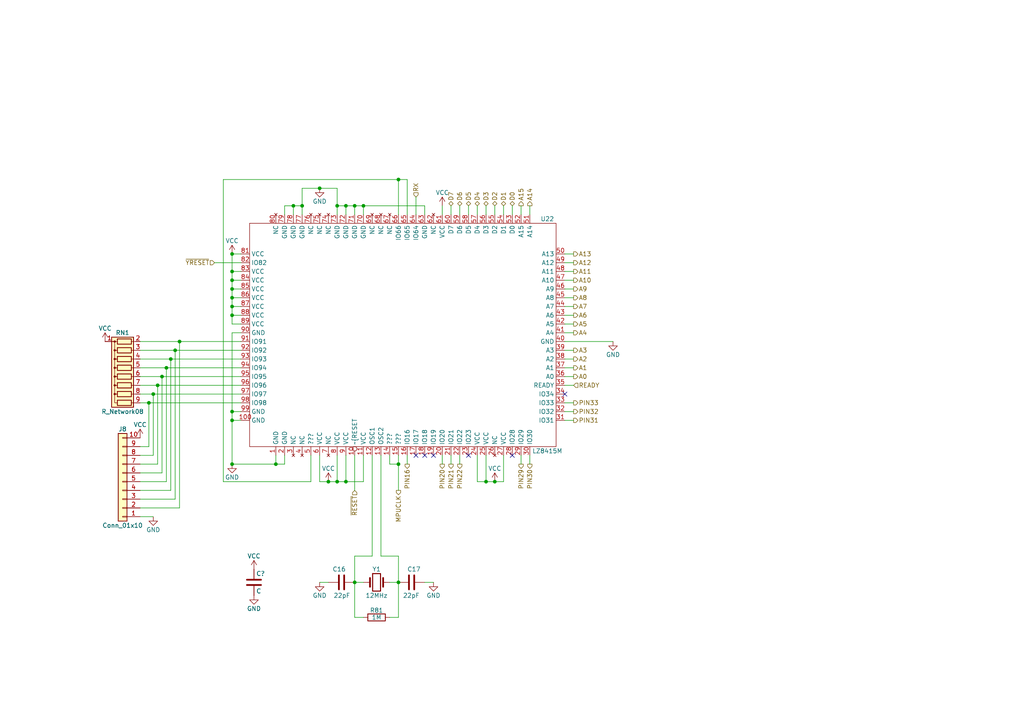
<source format=kicad_sch>
(kicad_sch (version 20211123) (generator eeschema)

  (uuid bfbd2d67-5006-425f-9d89-9f0c3222f0cf)

  (paper "A4")

  (lib_symbols
    (symbol "Connector_Generic:Conn_01x10" (pin_names (offset 1.016) hide) (in_bom yes) (on_board yes)
      (property "Reference" "J" (id 0) (at 0 12.7 0)
        (effects (font (size 1.27 1.27)))
      )
      (property "Value" "Conn_01x10" (id 1) (at 0 -15.24 0)
        (effects (font (size 1.27 1.27)))
      )
      (property "Footprint" "" (id 2) (at 0 0 0)
        (effects (font (size 1.27 1.27)) hide)
      )
      (property "Datasheet" "~" (id 3) (at 0 0 0)
        (effects (font (size 1.27 1.27)) hide)
      )
      (property "ki_keywords" "connector" (id 4) (at 0 0 0)
        (effects (font (size 1.27 1.27)) hide)
      )
      (property "ki_description" "Generic connector, single row, 01x10, script generated (kicad-library-utils/schlib/autogen/connector/)" (id 5) (at 0 0 0)
        (effects (font (size 1.27 1.27)) hide)
      )
      (property "ki_fp_filters" "Connector*:*_1x??_*" (id 6) (at 0 0 0)
        (effects (font (size 1.27 1.27)) hide)
      )
      (symbol "Conn_01x10_1_1"
        (rectangle (start -1.27 -12.573) (end 0 -12.827)
          (stroke (width 0.1524) (type default) (color 0 0 0 0))
          (fill (type none))
        )
        (rectangle (start -1.27 -10.033) (end 0 -10.287)
          (stroke (width 0.1524) (type default) (color 0 0 0 0))
          (fill (type none))
        )
        (rectangle (start -1.27 -7.493) (end 0 -7.747)
          (stroke (width 0.1524) (type default) (color 0 0 0 0))
          (fill (type none))
        )
        (rectangle (start -1.27 -4.953) (end 0 -5.207)
          (stroke (width 0.1524) (type default) (color 0 0 0 0))
          (fill (type none))
        )
        (rectangle (start -1.27 -2.413) (end 0 -2.667)
          (stroke (width 0.1524) (type default) (color 0 0 0 0))
          (fill (type none))
        )
        (rectangle (start -1.27 0.127) (end 0 -0.127)
          (stroke (width 0.1524) (type default) (color 0 0 0 0))
          (fill (type none))
        )
        (rectangle (start -1.27 2.667) (end 0 2.413)
          (stroke (width 0.1524) (type default) (color 0 0 0 0))
          (fill (type none))
        )
        (rectangle (start -1.27 5.207) (end 0 4.953)
          (stroke (width 0.1524) (type default) (color 0 0 0 0))
          (fill (type none))
        )
        (rectangle (start -1.27 7.747) (end 0 7.493)
          (stroke (width 0.1524) (type default) (color 0 0 0 0))
          (fill (type none))
        )
        (rectangle (start -1.27 10.287) (end 0 10.033)
          (stroke (width 0.1524) (type default) (color 0 0 0 0))
          (fill (type none))
        )
        (rectangle (start -1.27 11.43) (end 1.27 -13.97)
          (stroke (width 0.254) (type default) (color 0 0 0 0))
          (fill (type background))
        )
        (pin passive line (at -5.08 10.16 0) (length 3.81)
          (name "Pin_1" (effects (font (size 1.27 1.27))))
          (number "1" (effects (font (size 1.27 1.27))))
        )
        (pin passive line (at -5.08 -12.7 0) (length 3.81)
          (name "Pin_10" (effects (font (size 1.27 1.27))))
          (number "10" (effects (font (size 1.27 1.27))))
        )
        (pin passive line (at -5.08 7.62 0) (length 3.81)
          (name "Pin_2" (effects (font (size 1.27 1.27))))
          (number "2" (effects (font (size 1.27 1.27))))
        )
        (pin passive line (at -5.08 5.08 0) (length 3.81)
          (name "Pin_3" (effects (font (size 1.27 1.27))))
          (number "3" (effects (font (size 1.27 1.27))))
        )
        (pin passive line (at -5.08 2.54 0) (length 3.81)
          (name "Pin_4" (effects (font (size 1.27 1.27))))
          (number "4" (effects (font (size 1.27 1.27))))
        )
        (pin passive line (at -5.08 0 0) (length 3.81)
          (name "Pin_5" (effects (font (size 1.27 1.27))))
          (number "5" (effects (font (size 1.27 1.27))))
        )
        (pin passive line (at -5.08 -2.54 0) (length 3.81)
          (name "Pin_6" (effects (font (size 1.27 1.27))))
          (number "6" (effects (font (size 1.27 1.27))))
        )
        (pin passive line (at -5.08 -5.08 0) (length 3.81)
          (name "Pin_7" (effects (font (size 1.27 1.27))))
          (number "7" (effects (font (size 1.27 1.27))))
        )
        (pin passive line (at -5.08 -7.62 0) (length 3.81)
          (name "Pin_8" (effects (font (size 1.27 1.27))))
          (number "8" (effects (font (size 1.27 1.27))))
        )
        (pin passive line (at -5.08 -10.16 0) (length 3.81)
          (name "Pin_9" (effects (font (size 1.27 1.27))))
          (number "9" (effects (font (size 1.27 1.27))))
        )
      )
    )
    (symbol "Device:C" (pin_numbers hide) (pin_names (offset 0.254)) (in_bom yes) (on_board yes)
      (property "Reference" "C" (id 0) (at 0.635 2.54 0)
        (effects (font (size 1.27 1.27)) (justify left))
      )
      (property "Value" "C" (id 1) (at 0.635 -2.54 0)
        (effects (font (size 1.27 1.27)) (justify left))
      )
      (property "Footprint" "" (id 2) (at 0.9652 -3.81 0)
        (effects (font (size 1.27 1.27)) hide)
      )
      (property "Datasheet" "~" (id 3) (at 0 0 0)
        (effects (font (size 1.27 1.27)) hide)
      )
      (property "ki_keywords" "cap capacitor" (id 4) (at 0 0 0)
        (effects (font (size 1.27 1.27)) hide)
      )
      (property "ki_description" "Unpolarized capacitor" (id 5) (at 0 0 0)
        (effects (font (size 1.27 1.27)) hide)
      )
      (property "ki_fp_filters" "C_*" (id 6) (at 0 0 0)
        (effects (font (size 1.27 1.27)) hide)
      )
      (symbol "C_0_1"
        (polyline
          (pts
            (xy -2.032 -0.762)
            (xy 2.032 -0.762)
          )
          (stroke (width 0.508) (type default) (color 0 0 0 0))
          (fill (type none))
        )
        (polyline
          (pts
            (xy -2.032 0.762)
            (xy 2.032 0.762)
          )
          (stroke (width 0.508) (type default) (color 0 0 0 0))
          (fill (type none))
        )
      )
      (symbol "C_1_1"
        (pin passive line (at 0 3.81 270) (length 2.794)
          (name "~" (effects (font (size 1.27 1.27))))
          (number "1" (effects (font (size 1.27 1.27))))
        )
        (pin passive line (at 0 -3.81 90) (length 2.794)
          (name "~" (effects (font (size 1.27 1.27))))
          (number "2" (effects (font (size 1.27 1.27))))
        )
      )
    )
    (symbol "Device:Crystal" (pin_numbers hide) (pin_names (offset 1.016) hide) (in_bom yes) (on_board yes)
      (property "Reference" "Y" (id 0) (at 0 3.81 0)
        (effects (font (size 1.27 1.27)))
      )
      (property "Value" "Crystal" (id 1) (at 0 -3.81 0)
        (effects (font (size 1.27 1.27)))
      )
      (property "Footprint" "" (id 2) (at 0 0 0)
        (effects (font (size 1.27 1.27)) hide)
      )
      (property "Datasheet" "~" (id 3) (at 0 0 0)
        (effects (font (size 1.27 1.27)) hide)
      )
      (property "ki_keywords" "quartz ceramic resonator oscillator" (id 4) (at 0 0 0)
        (effects (font (size 1.27 1.27)) hide)
      )
      (property "ki_description" "Two pin crystal" (id 5) (at 0 0 0)
        (effects (font (size 1.27 1.27)) hide)
      )
      (property "ki_fp_filters" "Crystal*" (id 6) (at 0 0 0)
        (effects (font (size 1.27 1.27)) hide)
      )
      (symbol "Crystal_0_1"
        (rectangle (start -1.143 2.54) (end 1.143 -2.54)
          (stroke (width 0.3048) (type default) (color 0 0 0 0))
          (fill (type none))
        )
        (polyline
          (pts
            (xy -2.54 0)
            (xy -1.905 0)
          )
          (stroke (width 0) (type default) (color 0 0 0 0))
          (fill (type none))
        )
        (polyline
          (pts
            (xy -1.905 -1.27)
            (xy -1.905 1.27)
          )
          (stroke (width 0.508) (type default) (color 0 0 0 0))
          (fill (type none))
        )
        (polyline
          (pts
            (xy 1.905 -1.27)
            (xy 1.905 1.27)
          )
          (stroke (width 0.508) (type default) (color 0 0 0 0))
          (fill (type none))
        )
        (polyline
          (pts
            (xy 2.54 0)
            (xy 1.905 0)
          )
          (stroke (width 0) (type default) (color 0 0 0 0))
          (fill (type none))
        )
      )
      (symbol "Crystal_1_1"
        (pin passive line (at -3.81 0 0) (length 1.27)
          (name "1" (effects (font (size 1.27 1.27))))
          (number "1" (effects (font (size 1.27 1.27))))
        )
        (pin passive line (at 3.81 0 180) (length 1.27)
          (name "2" (effects (font (size 1.27 1.27))))
          (number "2" (effects (font (size 1.27 1.27))))
        )
      )
    )
    (symbol "Device:R" (pin_numbers hide) (pin_names (offset 0)) (in_bom yes) (on_board yes)
      (property "Reference" "R" (id 0) (at 2.032 0 90)
        (effects (font (size 1.27 1.27)))
      )
      (property "Value" "R" (id 1) (at 0 0 90)
        (effects (font (size 1.27 1.27)))
      )
      (property "Footprint" "" (id 2) (at -1.778 0 90)
        (effects (font (size 1.27 1.27)) hide)
      )
      (property "Datasheet" "~" (id 3) (at 0 0 0)
        (effects (font (size 1.27 1.27)) hide)
      )
      (property "ki_keywords" "R res resistor" (id 4) (at 0 0 0)
        (effects (font (size 1.27 1.27)) hide)
      )
      (property "ki_description" "Resistor" (id 5) (at 0 0 0)
        (effects (font (size 1.27 1.27)) hide)
      )
      (property "ki_fp_filters" "R_*" (id 6) (at 0 0 0)
        (effects (font (size 1.27 1.27)) hide)
      )
      (symbol "R_0_1"
        (rectangle (start -1.016 -2.54) (end 1.016 2.54)
          (stroke (width 0.254) (type default) (color 0 0 0 0))
          (fill (type none))
        )
      )
      (symbol "R_1_1"
        (pin passive line (at 0 3.81 270) (length 1.27)
          (name "~" (effects (font (size 1.27 1.27))))
          (number "1" (effects (font (size 1.27 1.27))))
        )
        (pin passive line (at 0 -3.81 90) (length 1.27)
          (name "~" (effects (font (size 1.27 1.27))))
          (number "2" (effects (font (size 1.27 1.27))))
        )
      )
    )
    (symbol "Device:R_Network08" (pin_names (offset 0) hide) (in_bom yes) (on_board yes)
      (property "Reference" "RN" (id 0) (at -12.7 0 90)
        (effects (font (size 1.27 1.27)))
      )
      (property "Value" "R_Network08" (id 1) (at 10.16 0 90)
        (effects (font (size 1.27 1.27)))
      )
      (property "Footprint" "Resistor_THT:R_Array_SIP9" (id 2) (at 12.065 0 90)
        (effects (font (size 1.27 1.27)) hide)
      )
      (property "Datasheet" "http://www.vishay.com/docs/31509/csc.pdf" (id 3) (at 0 0 0)
        (effects (font (size 1.27 1.27)) hide)
      )
      (property "ki_keywords" "R network star-topology" (id 4) (at 0 0 0)
        (effects (font (size 1.27 1.27)) hide)
      )
      (property "ki_description" "8 resistor network, star topology, bussed resistors, small symbol" (id 5) (at 0 0 0)
        (effects (font (size 1.27 1.27)) hide)
      )
      (property "ki_fp_filters" "R?Array?SIP*" (id 6) (at 0 0 0)
        (effects (font (size 1.27 1.27)) hide)
      )
      (symbol "R_Network08_0_1"
        (rectangle (start -11.43 -3.175) (end 8.89 3.175)
          (stroke (width 0.254) (type default) (color 0 0 0 0))
          (fill (type background))
        )
        (rectangle (start -10.922 1.524) (end -9.398 -2.54)
          (stroke (width 0.254) (type default) (color 0 0 0 0))
          (fill (type none))
        )
        (circle (center -10.16 2.286) (radius 0.254)
          (stroke (width 0) (type default) (color 0 0 0 0))
          (fill (type outline))
        )
        (rectangle (start -8.382 1.524) (end -6.858 -2.54)
          (stroke (width 0.254) (type default) (color 0 0 0 0))
          (fill (type none))
        )
        (circle (center -7.62 2.286) (radius 0.254)
          (stroke (width 0) (type default) (color 0 0 0 0))
          (fill (type outline))
        )
        (rectangle (start -5.842 1.524) (end -4.318 -2.54)
          (stroke (width 0.254) (type default) (color 0 0 0 0))
          (fill (type none))
        )
        (circle (center -5.08 2.286) (radius 0.254)
          (stroke (width 0) (type default) (color 0 0 0 0))
          (fill (type outline))
        )
        (rectangle (start -3.302 1.524) (end -1.778 -2.54)
          (stroke (width 0.254) (type default) (color 0 0 0 0))
          (fill (type none))
        )
        (circle (center -2.54 2.286) (radius 0.254)
          (stroke (width 0) (type default) (color 0 0 0 0))
          (fill (type outline))
        )
        (rectangle (start -0.762 1.524) (end 0.762 -2.54)
          (stroke (width 0.254) (type default) (color 0 0 0 0))
          (fill (type none))
        )
        (polyline
          (pts
            (xy -10.16 -2.54)
            (xy -10.16 -3.81)
          )
          (stroke (width 0) (type default) (color 0 0 0 0))
          (fill (type none))
        )
        (polyline
          (pts
            (xy -7.62 -2.54)
            (xy -7.62 -3.81)
          )
          (stroke (width 0) (type default) (color 0 0 0 0))
          (fill (type none))
        )
        (polyline
          (pts
            (xy -5.08 -2.54)
            (xy -5.08 -3.81)
          )
          (stroke (width 0) (type default) (color 0 0 0 0))
          (fill (type none))
        )
        (polyline
          (pts
            (xy -2.54 -2.54)
            (xy -2.54 -3.81)
          )
          (stroke (width 0) (type default) (color 0 0 0 0))
          (fill (type none))
        )
        (polyline
          (pts
            (xy 0 -2.54)
            (xy 0 -3.81)
          )
          (stroke (width 0) (type default) (color 0 0 0 0))
          (fill (type none))
        )
        (polyline
          (pts
            (xy 2.54 -2.54)
            (xy 2.54 -3.81)
          )
          (stroke (width 0) (type default) (color 0 0 0 0))
          (fill (type none))
        )
        (polyline
          (pts
            (xy 5.08 -2.54)
            (xy 5.08 -3.81)
          )
          (stroke (width 0) (type default) (color 0 0 0 0))
          (fill (type none))
        )
        (polyline
          (pts
            (xy 7.62 -2.54)
            (xy 7.62 -3.81)
          )
          (stroke (width 0) (type default) (color 0 0 0 0))
          (fill (type none))
        )
        (polyline
          (pts
            (xy -10.16 1.524)
            (xy -10.16 2.286)
            (xy -7.62 2.286)
            (xy -7.62 1.524)
          )
          (stroke (width 0) (type default) (color 0 0 0 0))
          (fill (type none))
        )
        (polyline
          (pts
            (xy -7.62 1.524)
            (xy -7.62 2.286)
            (xy -5.08 2.286)
            (xy -5.08 1.524)
          )
          (stroke (width 0) (type default) (color 0 0 0 0))
          (fill (type none))
        )
        (polyline
          (pts
            (xy -5.08 1.524)
            (xy -5.08 2.286)
            (xy -2.54 2.286)
            (xy -2.54 1.524)
          )
          (stroke (width 0) (type default) (color 0 0 0 0))
          (fill (type none))
        )
        (polyline
          (pts
            (xy -2.54 1.524)
            (xy -2.54 2.286)
            (xy 0 2.286)
            (xy 0 1.524)
          )
          (stroke (width 0) (type default) (color 0 0 0 0))
          (fill (type none))
        )
        (polyline
          (pts
            (xy 0 1.524)
            (xy 0 2.286)
            (xy 2.54 2.286)
            (xy 2.54 1.524)
          )
          (stroke (width 0) (type default) (color 0 0 0 0))
          (fill (type none))
        )
        (polyline
          (pts
            (xy 2.54 1.524)
            (xy 2.54 2.286)
            (xy 5.08 2.286)
            (xy 5.08 1.524)
          )
          (stroke (width 0) (type default) (color 0 0 0 0))
          (fill (type none))
        )
        (polyline
          (pts
            (xy 5.08 1.524)
            (xy 5.08 2.286)
            (xy 7.62 2.286)
            (xy 7.62 1.524)
          )
          (stroke (width 0) (type default) (color 0 0 0 0))
          (fill (type none))
        )
        (circle (center 0 2.286) (radius 0.254)
          (stroke (width 0) (type default) (color 0 0 0 0))
          (fill (type outline))
        )
        (rectangle (start 1.778 1.524) (end 3.302 -2.54)
          (stroke (width 0.254) (type default) (color 0 0 0 0))
          (fill (type none))
        )
        (circle (center 2.54 2.286) (radius 0.254)
          (stroke (width 0) (type default) (color 0 0 0 0))
          (fill (type outline))
        )
        (rectangle (start 4.318 1.524) (end 5.842 -2.54)
          (stroke (width 0.254) (type default) (color 0 0 0 0))
          (fill (type none))
        )
        (circle (center 5.08 2.286) (radius 0.254)
          (stroke (width 0) (type default) (color 0 0 0 0))
          (fill (type outline))
        )
        (rectangle (start 6.858 1.524) (end 8.382 -2.54)
          (stroke (width 0.254) (type default) (color 0 0 0 0))
          (fill (type none))
        )
      )
      (symbol "R_Network08_1_1"
        (pin passive line (at -10.16 5.08 270) (length 2.54)
          (name "common" (effects (font (size 1.27 1.27))))
          (number "1" (effects (font (size 1.27 1.27))))
        )
        (pin passive line (at -10.16 -5.08 90) (length 1.27)
          (name "R1" (effects (font (size 1.27 1.27))))
          (number "2" (effects (font (size 1.27 1.27))))
        )
        (pin passive line (at -7.62 -5.08 90) (length 1.27)
          (name "R2" (effects (font (size 1.27 1.27))))
          (number "3" (effects (font (size 1.27 1.27))))
        )
        (pin passive line (at -5.08 -5.08 90) (length 1.27)
          (name "R3" (effects (font (size 1.27 1.27))))
          (number "4" (effects (font (size 1.27 1.27))))
        )
        (pin passive line (at -2.54 -5.08 90) (length 1.27)
          (name "R4" (effects (font (size 1.27 1.27))))
          (number "5" (effects (font (size 1.27 1.27))))
        )
        (pin passive line (at 0 -5.08 90) (length 1.27)
          (name "R5" (effects (font (size 1.27 1.27))))
          (number "6" (effects (font (size 1.27 1.27))))
        )
        (pin passive line (at 2.54 -5.08 90) (length 1.27)
          (name "R6" (effects (font (size 1.27 1.27))))
          (number "7" (effects (font (size 1.27 1.27))))
        )
        (pin passive line (at 5.08 -5.08 90) (length 1.27)
          (name "R7" (effects (font (size 1.27 1.27))))
          (number "8" (effects (font (size 1.27 1.27))))
        )
        (pin passive line (at 7.62 -5.08 90) (length 1.27)
          (name "R8" (effects (font (size 1.27 1.27))))
          (number "9" (effects (font (size 1.27 1.27))))
        )
      )
    )
    (symbol "ledmatrix:LZ8415M" (in_bom yes) (on_board yes)
      (property "Reference" "U" (id 0) (at 41.91 34.29 0)
        (effects (font (size 1.27 1.27)))
      )
      (property "Value" "LZ8415M" (id 1) (at 41.91 -33.02 0)
        (effects (font (size 1.27 1.27)))
      )
      (property "Footprint" "" (id 2) (at 0 0 0)
        (effects (font (size 1.27 1.27)) hide)
      )
      (property "Datasheet" "" (id 3) (at 0 0 0)
        (effects (font (size 1.27 1.27)) hide)
      )
      (symbol "LZ8415M_0_1"
        (rectangle (start -44.45 33.02) (end 44.45 -31.75)
          (stroke (width 0) (type default) (color 0 0 0 0))
          (fill (type none))
        )
      )
      (symbol "LZ8415M_1_1"
        (pin power_in line (at -36.83 -34.29 90) (length 2.54)
          (name "GND" (effects (font (size 1.27 1.27))))
          (number "1" (effects (font (size 1.27 1.27))))
        )
        (pin input inverted (at -13.97 -34.29 90) (length 2.54)
          (name "~{RESET" (effects (font (size 1.27 1.27))))
          (number "10" (effects (font (size 1.27 1.27))))
        )
        (pin power_in line (at -46.99 -24.13 0) (length 2.54)
          (name "GND" (effects (font (size 1.27 1.27))))
          (number "100" (effects (font (size 1.27 1.27))))
        )
        (pin power_in line (at -11.43 -34.29 90) (length 2.54)
          (name "VCC" (effects (font (size 1.27 1.27))))
          (number "11" (effects (font (size 1.27 1.27))))
        )
        (pin bidirectional line (at -8.89 -34.29 90) (length 2.54)
          (name "OSC1" (effects (font (size 1.27 1.27))))
          (number "12" (effects (font (size 1.27 1.27))))
        )
        (pin bidirectional line (at -6.35 -34.29 90) (length 2.54)
          (name "OSC2" (effects (font (size 1.27 1.27))))
          (number "13" (effects (font (size 1.27 1.27))))
        )
        (pin bidirectional line (at -3.81 -34.29 90) (length 2.54)
          (name "???" (effects (font (size 1.27 1.27))))
          (number "14" (effects (font (size 1.27 1.27))))
        )
        (pin bidirectional line (at -1.27 -34.29 90) (length 2.54)
          (name "???" (effects (font (size 1.27 1.27))))
          (number "15" (effects (font (size 1.27 1.27))))
        )
        (pin bidirectional line (at 1.27 -34.29 90) (length 2.54)
          (name "IO16" (effects (font (size 1.27 1.27))))
          (number "16" (effects (font (size 1.27 1.27))))
        )
        (pin bidirectional line (at 3.81 -34.29 90) (length 2.54)
          (name "IO17" (effects (font (size 1.27 1.27))))
          (number "17" (effects (font (size 1.27 1.27))))
        )
        (pin bidirectional line (at 6.35 -34.29 90) (length 2.54)
          (name "IO18" (effects (font (size 1.27 1.27))))
          (number "18" (effects (font (size 1.27 1.27))))
        )
        (pin bidirectional line (at 8.89 -34.29 90) (length 2.54)
          (name "IO19" (effects (font (size 1.27 1.27))))
          (number "19" (effects (font (size 1.27 1.27))))
        )
        (pin power_in line (at -34.29 -34.29 90) (length 2.54)
          (name "GND" (effects (font (size 1.27 1.27))))
          (number "2" (effects (font (size 1.27 1.27))))
        )
        (pin bidirectional line (at 11.43 -34.29 90) (length 2.54)
          (name "IO20" (effects (font (size 1.27 1.27))))
          (number "20" (effects (font (size 1.27 1.27))))
        )
        (pin bidirectional line (at 13.97 -34.29 90) (length 2.54)
          (name "IO21" (effects (font (size 1.27 1.27))))
          (number "21" (effects (font (size 1.27 1.27))))
        )
        (pin bidirectional line (at 16.51 -34.29 90) (length 2.54)
          (name "IO22" (effects (font (size 1.27 1.27))))
          (number "22" (effects (font (size 1.27 1.27))))
        )
        (pin bidirectional line (at 19.05 -34.29 90) (length 2.54)
          (name "IO23" (effects (font (size 1.27 1.27))))
          (number "23" (effects (font (size 1.27 1.27))))
        )
        (pin power_in line (at 21.59 -34.29 90) (length 2.54)
          (name "VCC" (effects (font (size 1.27 1.27))))
          (number "24" (effects (font (size 1.27 1.27))))
        )
        (pin power_in line (at 24.13 -34.29 90) (length 2.54)
          (name "VCC" (effects (font (size 1.27 1.27))))
          (number "25" (effects (font (size 1.27 1.27))))
        )
        (pin no_connect line (at 26.67 -34.29 90) (length 2.54)
          (name "NC" (effects (font (size 1.27 1.27))))
          (number "26" (effects (font (size 1.27 1.27))))
        )
        (pin power_in line (at 29.21 -34.29 90) (length 2.54)
          (name "VCC" (effects (font (size 1.27 1.27))))
          (number "27" (effects (font (size 1.27 1.27))))
        )
        (pin bidirectional line (at 31.75 -34.29 90) (length 2.54)
          (name "IO28" (effects (font (size 1.27 1.27))))
          (number "28" (effects (font (size 1.27 1.27))))
        )
        (pin bidirectional line (at 34.29 -34.29 90) (length 2.54)
          (name "IO29" (effects (font (size 1.27 1.27))))
          (number "29" (effects (font (size 1.27 1.27))))
        )
        (pin no_connect line (at -31.75 -34.29 90) (length 2.54)
          (name "NC" (effects (font (size 1.27 1.27))))
          (number "3" (effects (font (size 1.27 1.27))))
        )
        (pin bidirectional line (at 36.83 -34.29 90) (length 2.54)
          (name "IO30" (effects (font (size 1.27 1.27))))
          (number "30" (effects (font (size 1.27 1.27))))
        )
        (pin bidirectional line (at 46.99 -24.13 180) (length 2.54)
          (name "IO31" (effects (font (size 1.27 1.27))))
          (number "31" (effects (font (size 1.27 1.27))))
        )
        (pin bidirectional line (at 46.99 -21.59 180) (length 2.54)
          (name "IO32" (effects (font (size 1.27 1.27))))
          (number "32" (effects (font (size 1.27 1.27))))
        )
        (pin bidirectional line (at 46.99 -19.05 180) (length 2.54)
          (name "IO33" (effects (font (size 1.27 1.27))))
          (number "33" (effects (font (size 1.27 1.27))))
        )
        (pin bidirectional line (at 46.99 -16.51 180) (length 2.54)
          (name "IO34" (effects (font (size 1.27 1.27))))
          (number "34" (effects (font (size 1.27 1.27))))
        )
        (pin input line (at 46.99 -13.97 180) (length 2.54)
          (name "READY" (effects (font (size 1.27 1.27))))
          (number "35" (effects (font (size 1.27 1.27))))
        )
        (pin output line (at 46.99 -11.43 180) (length 2.54)
          (name "A0" (effects (font (size 1.27 1.27))))
          (number "36" (effects (font (size 1.27 1.27))))
        )
        (pin output line (at 46.99 -8.89 180) (length 2.54)
          (name "A1" (effects (font (size 1.27 1.27))))
          (number "37" (effects (font (size 1.27 1.27))))
        )
        (pin output line (at 46.99 -6.35 180) (length 2.54)
          (name "A2" (effects (font (size 1.27 1.27))))
          (number "38" (effects (font (size 1.27 1.27))))
        )
        (pin output line (at 46.99 -3.81 180) (length 2.54)
          (name "A3" (effects (font (size 1.27 1.27))))
          (number "39" (effects (font (size 1.27 1.27))))
        )
        (pin no_connect line (at -29.21 -34.29 90) (length 2.54)
          (name "NC" (effects (font (size 1.27 1.27))))
          (number "4" (effects (font (size 1.27 1.27))))
        )
        (pin power_in line (at 46.99 -1.27 180) (length 2.54)
          (name "GND" (effects (font (size 1.27 1.27))))
          (number "40" (effects (font (size 1.27 1.27))))
        )
        (pin output line (at 46.99 1.27 180) (length 2.54)
          (name "A4" (effects (font (size 1.27 1.27))))
          (number "41" (effects (font (size 1.27 1.27))))
        )
        (pin output line (at 46.99 3.81 180) (length 2.54)
          (name "A5" (effects (font (size 1.27 1.27))))
          (number "42" (effects (font (size 1.27 1.27))))
        )
        (pin output line (at 46.99 6.35 180) (length 2.54)
          (name "A6" (effects (font (size 1.27 1.27))))
          (number "43" (effects (font (size 1.27 1.27))))
        )
        (pin output line (at 46.99 8.89 180) (length 2.54)
          (name "A7" (effects (font (size 1.27 1.27))))
          (number "44" (effects (font (size 1.27 1.27))))
        )
        (pin output line (at 46.99 11.43 180) (length 2.54)
          (name "A8" (effects (font (size 1.27 1.27))))
          (number "45" (effects (font (size 1.27 1.27))))
        )
        (pin output line (at 46.99 13.97 180) (length 2.54)
          (name "A9" (effects (font (size 1.27 1.27))))
          (number "46" (effects (font (size 1.27 1.27))))
        )
        (pin output line (at 46.99 16.51 180) (length 2.54)
          (name "A10" (effects (font (size 1.27 1.27))))
          (number "47" (effects (font (size 1.27 1.27))))
        )
        (pin output line (at 46.99 19.05 180) (length 2.54)
          (name "A11" (effects (font (size 1.27 1.27))))
          (number "48" (effects (font (size 1.27 1.27))))
        )
        (pin output line (at 46.99 21.59 180) (length 2.54)
          (name "A12" (effects (font (size 1.27 1.27))))
          (number "49" (effects (font (size 1.27 1.27))))
        )
        (pin bidirectional line (at -26.67 -34.29 90) (length 2.54)
          (name "???" (effects (font (size 1.27 1.27))))
          (number "5" (effects (font (size 1.27 1.27))))
        )
        (pin output line (at 46.99 24.13 180) (length 2.54)
          (name "A13" (effects (font (size 1.27 1.27))))
          (number "50" (effects (font (size 1.27 1.27))))
        )
        (pin output line (at 36.83 35.56 270) (length 2.54)
          (name "A14" (effects (font (size 1.27 1.27))))
          (number "51" (effects (font (size 1.27 1.27))))
        )
        (pin output line (at 34.29 35.56 270) (length 2.54)
          (name "A15" (effects (font (size 1.27 1.27))))
          (number "52" (effects (font (size 1.27 1.27))))
        )
        (pin bidirectional line (at 31.75 35.56 270) (length 2.54)
          (name "D0" (effects (font (size 1.27 1.27))))
          (number "53" (effects (font (size 1.27 1.27))))
        )
        (pin bidirectional line (at 29.21 35.56 270) (length 2.54)
          (name "D1" (effects (font (size 1.27 1.27))))
          (number "54" (effects (font (size 1.27 1.27))))
        )
        (pin bidirectional line (at 26.67 35.56 270) (length 2.54)
          (name "D2" (effects (font (size 1.27 1.27))))
          (number "55" (effects (font (size 1.27 1.27))))
        )
        (pin bidirectional line (at 24.13 35.56 270) (length 2.54)
          (name "D3" (effects (font (size 1.27 1.27))))
          (number "56" (effects (font (size 1.27 1.27))))
        )
        (pin bidirectional line (at 21.59 35.56 270) (length 2.54)
          (name "D4" (effects (font (size 1.27 1.27))))
          (number "57" (effects (font (size 1.27 1.27))))
        )
        (pin bidirectional line (at 19.05 35.56 270) (length 2.54)
          (name "D5" (effects (font (size 1.27 1.27))))
          (number "58" (effects (font (size 1.27 1.27))))
        )
        (pin bidirectional line (at 16.51 35.56 270) (length 2.54)
          (name "D6" (effects (font (size 1.27 1.27))))
          (number "59" (effects (font (size 1.27 1.27))))
        )
        (pin power_in line (at -24.13 -34.29 90) (length 2.54)
          (name "VCC" (effects (font (size 1.27 1.27))))
          (number "6" (effects (font (size 1.27 1.27))))
        )
        (pin bidirectional line (at 13.97 35.56 270) (length 2.54)
          (name "D7" (effects (font (size 1.27 1.27))))
          (number "60" (effects (font (size 1.27 1.27))))
        )
        (pin power_in line (at 11.43 35.56 270) (length 2.54)
          (name "VCC" (effects (font (size 1.27 1.27))))
          (number "61" (effects (font (size 1.27 1.27))))
        )
        (pin no_connect line (at 8.89 35.56 270) (length 2.54)
          (name "NC" (effects (font (size 1.27 1.27))))
          (number "62" (effects (font (size 1.27 1.27))))
        )
        (pin power_in line (at 6.35 35.56 270) (length 2.54)
          (name "GND" (effects (font (size 1.27 1.27))))
          (number "63" (effects (font (size 1.27 1.27))))
        )
        (pin bidirectional line (at 3.81 35.56 270) (length 2.54)
          (name "IO64" (effects (font (size 1.27 1.27))))
          (number "64" (effects (font (size 1.27 1.27))))
        )
        (pin bidirectional line (at 1.27 35.56 270) (length 2.54)
          (name "IO65" (effects (font (size 1.27 1.27))))
          (number "65" (effects (font (size 1.27 1.27))))
        )
        (pin bidirectional line (at -1.27 35.56 270) (length 2.54)
          (name "IO66" (effects (font (size 1.27 1.27))))
          (number "66" (effects (font (size 1.27 1.27))))
        )
        (pin no_connect line (at -3.81 35.56 270) (length 2.54)
          (name "NC" (effects (font (size 1.27 1.27))))
          (number "67" (effects (font (size 1.27 1.27))))
        )
        (pin no_connect line (at -6.35 35.56 270) (length 2.54)
          (name "NC" (effects (font (size 1.27 1.27))))
          (number "68" (effects (font (size 1.27 1.27))))
        )
        (pin no_connect line (at -8.89 35.56 270) (length 2.54)
          (name "NC" (effects (font (size 1.27 1.27))))
          (number "69" (effects (font (size 1.27 1.27))))
        )
        (pin no_connect line (at -21.59 -34.29 90) (length 2.54)
          (name "NC" (effects (font (size 1.27 1.27))))
          (number "7" (effects (font (size 1.27 1.27))))
        )
        (pin power_in line (at -11.43 35.56 270) (length 2.54)
          (name "GND" (effects (font (size 1.27 1.27))))
          (number "70" (effects (font (size 1.27 1.27))))
        )
        (pin power_in line (at -13.97 35.56 270) (length 2.54)
          (name "GND" (effects (font (size 1.27 1.27))))
          (number "71" (effects (font (size 1.27 1.27))))
        )
        (pin power_in line (at -16.51 35.56 270) (length 2.54)
          (name "GND" (effects (font (size 1.27 1.27))))
          (number "72" (effects (font (size 1.27 1.27))))
        )
        (pin power_in line (at -19.05 35.56 270) (length 2.54)
          (name "GND" (effects (font (size 1.27 1.27))))
          (number "73" (effects (font (size 1.27 1.27))))
        )
        (pin no_connect line (at -21.59 35.56 270) (length 2.54)
          (name "NC" (effects (font (size 1.27 1.27))))
          (number "74" (effects (font (size 1.27 1.27))))
        )
        (pin no_connect line (at -24.13 35.56 270) (length 2.54)
          (name "NC" (effects (font (size 1.27 1.27))))
          (number "75" (effects (font (size 1.27 1.27))))
        )
        (pin no_connect line (at -26.67 35.56 270) (length 2.54)
          (name "NC" (effects (font (size 1.27 1.27))))
          (number "76" (effects (font (size 1.27 1.27))))
        )
        (pin power_in line (at -29.21 35.56 270) (length 2.54)
          (name "GND" (effects (font (size 1.27 1.27))))
          (number "77" (effects (font (size 1.27 1.27))))
        )
        (pin power_in line (at -31.75 35.56 270) (length 2.54)
          (name "GND" (effects (font (size 1.27 1.27))))
          (number "78" (effects (font (size 1.27 1.27))))
        )
        (pin power_in line (at -34.29 35.56 270) (length 2.54)
          (name "GND" (effects (font (size 1.27 1.27))))
          (number "79" (effects (font (size 1.27 1.27))))
        )
        (pin power_in line (at -19.05 -34.29 90) (length 2.54)
          (name "VCC" (effects (font (size 1.27 1.27))))
          (number "8" (effects (font (size 1.27 1.27))))
        )
        (pin no_connect line (at -36.83 35.56 270) (length 2.54)
          (name "NC" (effects (font (size 1.27 1.27))))
          (number "80" (effects (font (size 1.27 1.27))))
        )
        (pin power_in line (at -46.99 24.13 0) (length 2.54)
          (name "VCC" (effects (font (size 1.27 1.27))))
          (number "81" (effects (font (size 1.27 1.27))))
        )
        (pin bidirectional line (at -46.99 21.59 0) (length 2.54)
          (name "IO82" (effects (font (size 1.27 1.27))))
          (number "82" (effects (font (size 1.27 1.27))))
        )
        (pin power_in line (at -46.99 19.05 0) (length 2.54)
          (name "VCC" (effects (font (size 1.27 1.27))))
          (number "83" (effects (font (size 1.27 1.27))))
        )
        (pin power_in line (at -46.99 16.51 0) (length 2.54)
          (name "VCC" (effects (font (size 1.27 1.27))))
          (number "84" (effects (font (size 1.27 1.27))))
        )
        (pin power_in line (at -46.99 13.97 0) (length 2.54)
          (name "VCC" (effects (font (size 1.27 1.27))))
          (number "85" (effects (font (size 1.27 1.27))))
        )
        (pin power_in line (at -46.99 11.43 0) (length 2.54)
          (name "VCC" (effects (font (size 1.27 1.27))))
          (number "86" (effects (font (size 1.27 1.27))))
        )
        (pin power_in line (at -46.99 8.89 0) (length 2.54)
          (name "VCC" (effects (font (size 1.27 1.27))))
          (number "87" (effects (font (size 1.27 1.27))))
        )
        (pin power_in line (at -46.99 6.35 0) (length 2.54)
          (name "VCC" (effects (font (size 1.27 1.27))))
          (number "88" (effects (font (size 1.27 1.27))))
        )
        (pin power_in line (at -46.99 3.81 0) (length 2.54)
          (name "VCC" (effects (font (size 1.27 1.27))))
          (number "89" (effects (font (size 1.27 1.27))))
        )
        (pin power_in line (at -16.51 -34.29 90) (length 2.54)
          (name "VCC" (effects (font (size 1.27 1.27))))
          (number "9" (effects (font (size 1.27 1.27))))
        )
        (pin power_in line (at -46.99 1.27 0) (length 2.54)
          (name "GND" (effects (font (size 1.27 1.27))))
          (number "90" (effects (font (size 1.27 1.27))))
        )
        (pin bidirectional line (at -46.99 -1.27 0) (length 2.54)
          (name "IO91" (effects (font (size 1.27 1.27))))
          (number "91" (effects (font (size 1.27 1.27))))
        )
        (pin bidirectional line (at -46.99 -3.81 0) (length 2.54)
          (name "IO92" (effects (font (size 1.27 1.27))))
          (number "92" (effects (font (size 1.27 1.27))))
        )
        (pin bidirectional line (at -46.99 -6.35 0) (length 2.54)
          (name "IO93" (effects (font (size 1.27 1.27))))
          (number "93" (effects (font (size 1.27 1.27))))
        )
        (pin bidirectional line (at -46.99 -8.89 0) (length 2.54)
          (name "IO94" (effects (font (size 1.27 1.27))))
          (number "94" (effects (font (size 1.27 1.27))))
        )
        (pin bidirectional line (at -46.99 -11.43 0) (length 2.54)
          (name "IO95" (effects (font (size 1.27 1.27))))
          (number "95" (effects (font (size 1.27 1.27))))
        )
        (pin bidirectional line (at -46.99 -13.97 0) (length 2.54)
          (name "IO96" (effects (font (size 1.27 1.27))))
          (number "96" (effects (font (size 1.27 1.27))))
        )
        (pin bidirectional line (at -46.99 -16.51 0) (length 2.54)
          (name "IO97" (effects (font (size 1.27 1.27))))
          (number "97" (effects (font (size 1.27 1.27))))
        )
        (pin bidirectional line (at -46.99 -19.05 0) (length 2.54)
          (name "IO98" (effects (font (size 1.27 1.27))))
          (number "98" (effects (font (size 1.27 1.27))))
        )
        (pin power_in line (at -46.99 -21.59 0) (length 2.54)
          (name "GND" (effects (font (size 1.27 1.27))))
          (number "99" (effects (font (size 1.27 1.27))))
        )
      )
    )
    (symbol "power:GND" (power) (pin_names (offset 0)) (in_bom yes) (on_board yes)
      (property "Reference" "#PWR" (id 0) (at 0 -6.35 0)
        (effects (font (size 1.27 1.27)) hide)
      )
      (property "Value" "GND" (id 1) (at 0 -3.81 0)
        (effects (font (size 1.27 1.27)))
      )
      (property "Footprint" "" (id 2) (at 0 0 0)
        (effects (font (size 1.27 1.27)) hide)
      )
      (property "Datasheet" "" (id 3) (at 0 0 0)
        (effects (font (size 1.27 1.27)) hide)
      )
      (property "ki_keywords" "power-flag" (id 4) (at 0 0 0)
        (effects (font (size 1.27 1.27)) hide)
      )
      (property "ki_description" "Power symbol creates a global label with name \"GND\" , ground" (id 5) (at 0 0 0)
        (effects (font (size 1.27 1.27)) hide)
      )
      (symbol "GND_0_1"
        (polyline
          (pts
            (xy 0 0)
            (xy 0 -1.27)
            (xy 1.27 -1.27)
            (xy 0 -2.54)
            (xy -1.27 -1.27)
            (xy 0 -1.27)
          )
          (stroke (width 0) (type default) (color 0 0 0 0))
          (fill (type none))
        )
      )
      (symbol "GND_1_1"
        (pin power_in line (at 0 0 270) (length 0) hide
          (name "GND" (effects (font (size 1.27 1.27))))
          (number "1" (effects (font (size 1.27 1.27))))
        )
      )
    )
    (symbol "power:VCC" (power) (pin_names (offset 0)) (in_bom yes) (on_board yes)
      (property "Reference" "#PWR" (id 0) (at 0 -3.81 0)
        (effects (font (size 1.27 1.27)) hide)
      )
      (property "Value" "VCC" (id 1) (at 0 3.81 0)
        (effects (font (size 1.27 1.27)))
      )
      (property "Footprint" "" (id 2) (at 0 0 0)
        (effects (font (size 1.27 1.27)) hide)
      )
      (property "Datasheet" "" (id 3) (at 0 0 0)
        (effects (font (size 1.27 1.27)) hide)
      )
      (property "ki_keywords" "power-flag" (id 4) (at 0 0 0)
        (effects (font (size 1.27 1.27)) hide)
      )
      (property "ki_description" "Power symbol creates a global label with name \"VCC\"" (id 5) (at 0 0 0)
        (effects (font (size 1.27 1.27)) hide)
      )
      (symbol "VCC_0_1"
        (polyline
          (pts
            (xy -0.762 1.27)
            (xy 0 2.54)
          )
          (stroke (width 0) (type default) (color 0 0 0 0))
          (fill (type none))
        )
        (polyline
          (pts
            (xy 0 0)
            (xy 0 2.54)
          )
          (stroke (width 0) (type default) (color 0 0 0 0))
          (fill (type none))
        )
        (polyline
          (pts
            (xy 0 2.54)
            (xy 0.762 1.27)
          )
          (stroke (width 0) (type default) (color 0 0 0 0))
          (fill (type none))
        )
      )
      (symbol "VCC_1_1"
        (pin power_in line (at 0 0 90) (length 0) hide
          (name "VCC" (effects (font (size 1.27 1.27))))
          (number "1" (effects (font (size 1.27 1.27))))
        )
      )
    )
  )

  (junction (at 67.31 78.74) (diameter 0) (color 0 0 0 0)
    (uuid 09c776b4-03b0-4d51-b1f5-f8953ad1817b)
  )
  (junction (at 97.79 59.69) (diameter 0) (color 0 0 0 0)
    (uuid 0a510031-cb15-45df-b1da-7c2be6bb53cf)
  )
  (junction (at 52.07 99.06) (diameter 0) (color 0 0 0 0)
    (uuid 0b00362c-f88c-4817-b7b0-3969ae1b914a)
  )
  (junction (at 85.09 59.69) (diameter 0) (color 0 0 0 0)
    (uuid 0dd47a6e-4834-4393-be2d-ff8688b002e8)
  )
  (junction (at 46.99 109.22) (diameter 0) (color 0 0 0 0)
    (uuid 12afa30d-31bd-4725-895c-f7c072a22792)
  )
  (junction (at 102.87 59.69) (diameter 0) (color 0 0 0 0)
    (uuid 184564da-a4b8-4b7f-902c-1a47a8111d76)
  )
  (junction (at 80.01 134.62) (diameter 0) (color 0 0 0 0)
    (uuid 1aed3947-4925-441b-87ac-94bcae06d650)
  )
  (junction (at 100.33 59.69) (diameter 0) (color 0 0 0 0)
    (uuid 21ba7ae7-9182-40f4-9c4b-39a645f55bfa)
  )
  (junction (at 44.45 114.3) (diameter 0) (color 0 0 0 0)
    (uuid 3ab74e3f-756c-4987-a253-35d671b8d575)
  )
  (junction (at 67.31 121.92) (diameter 0) (color 0 0 0 0)
    (uuid 3bad7fd0-c933-4472-a975-3dda0865fccf)
  )
  (junction (at 45.72 111.76) (diameter 0) (color 0 0 0 0)
    (uuid 5837639b-1b3e-4127-b47b-96bdbbeb621c)
  )
  (junction (at 115.57 52.07) (diameter 0) (color 0 0 0 0)
    (uuid 5dea8366-fdd7-4e75-a96c-73e564926ec2)
  )
  (junction (at 50.8 101.6) (diameter 0) (color 0 0 0 0)
    (uuid 662d4cbf-9e47-4807-81a2-85c6720a207d)
  )
  (junction (at 140.97 139.7) (diameter 0) (color 0 0 0 0)
    (uuid 73a93f7f-a5b7-4884-bb50-bbaef5f3c62b)
  )
  (junction (at 43.18 116.84) (diameter 0) (color 0 0 0 0)
    (uuid 7bfb880f-dfa2-4479-bd45-71e42b54555a)
  )
  (junction (at 143.51 139.7) (diameter 0) (color 0 0 0 0)
    (uuid 7c574831-8821-4678-918b-99bf83681521)
  )
  (junction (at 105.41 59.69) (diameter 0) (color 0 0 0 0)
    (uuid 7d561823-c960-48a4-8d2f-0f9f059ade96)
  )
  (junction (at 67.31 86.36) (diameter 0) (color 0 0 0 0)
    (uuid 840841e0-9e1d-4b86-aedf-03b320f71762)
  )
  (junction (at 67.31 91.44) (diameter 0) (color 0 0 0 0)
    (uuid 8542a3e2-5dad-4460-b69e-18403e7b6be2)
  )
  (junction (at 67.31 119.38) (diameter 0) (color 0 0 0 0)
    (uuid 8db88def-0929-47f2-bdad-45f7149c53d3)
  )
  (junction (at 49.53 104.14) (diameter 0) (color 0 0 0 0)
    (uuid 9030f8fb-d9e9-40c1-8659-e205da520c9f)
  )
  (junction (at 92.71 54.61) (diameter 0) (color 0 0 0 0)
    (uuid 96b65d0d-b3aa-4804-be73-cf4a5fdb8161)
  )
  (junction (at 102.87 168.91) (diameter 0) (color 0 0 0 0)
    (uuid b61278db-a3e9-46b4-b6a1-43fb99b3b713)
  )
  (junction (at 67.31 134.62) (diameter 0) (color 0 0 0 0)
    (uuid ba8b447c-c988-41d5-afd6-fbdccb9300c0)
  )
  (junction (at 67.31 73.66) (diameter 0) (color 0 0 0 0)
    (uuid bbc2a358-9013-4651-a70c-09a4ad31e16a)
  )
  (junction (at 67.31 81.28) (diameter 0) (color 0 0 0 0)
    (uuid c4ba7517-28e4-48ab-a205-3546db47341c)
  )
  (junction (at 100.33 139.7) (diameter 0) (color 0 0 0 0)
    (uuid c4cc7a06-14c6-4e9e-a571-c7fbfafced12)
  )
  (junction (at 115.57 168.91) (diameter 0) (color 0 0 0 0)
    (uuid cd65ecc0-eb47-4ad3-84cb-9cf5277ae1f5)
  )
  (junction (at 48.26 106.68) (diameter 0) (color 0 0 0 0)
    (uuid d0269105-d4f5-471e-b13b-9e5ca26dbb7d)
  )
  (junction (at 115.57 134.62) (diameter 0) (color 0 0 0 0)
    (uuid d5d7d905-0dad-4fe9-839a-3111789c9816)
  )
  (junction (at 67.31 88.9) (diameter 0) (color 0 0 0 0)
    (uuid d619b146-2627-4f0d-bbbd-c1c44518c091)
  )
  (junction (at 97.79 139.7) (diameter 0) (color 0 0 0 0)
    (uuid d9fa9a02-ca4e-47f9-9d4c-161a60544c7a)
  )
  (junction (at 95.25 139.7) (diameter 0) (color 0 0 0 0)
    (uuid da72592d-03be-4053-85db-d4c22df1883e)
  )
  (junction (at 87.63 59.69) (diameter 0) (color 0 0 0 0)
    (uuid dc24f1a0-3edd-470e-80d0-0afb9c2fb44d)
  )
  (junction (at 67.31 83.82) (diameter 0) (color 0 0 0 0)
    (uuid f999d337-f6df-4a7e-a91a-5fa24b8e8f5f)
  )

  (no_connect (at 120.65 132.08) (uuid 6d3479ea-5056-4c2c-b61f-6305d52c05fe))
  (no_connect (at 148.59 132.08) (uuid 6d3479ea-5056-4c2c-b61f-6305d52c05fe))
  (no_connect (at 125.73 132.08) (uuid 6d3479ea-5056-4c2c-b61f-6305d52c05fe))
  (no_connect (at 135.89 132.08) (uuid 6d3479ea-5056-4c2c-b61f-6305d52c05fe))
  (no_connect (at 123.19 132.08) (uuid 6d3479ea-5056-4c2c-b61f-6305d52c05fe))
  (no_connect (at 163.83 114.3) (uuid 6d3479ea-5056-4c2c-b61f-6305d52c05fe))

  (wire (pts (xy 67.31 91.44) (xy 67.31 93.98))
    (stroke (width 0) (type default) (color 0 0 0 0))
    (uuid 0017a414-a210-4e61-b4dd-fcc14a6ee67c)
  )
  (wire (pts (xy 67.31 121.92) (xy 69.85 121.92))
    (stroke (width 0) (type default) (color 0 0 0 0))
    (uuid 008ca294-db1d-4953-b8c1-d525384e8390)
  )
  (wire (pts (xy 166.37 91.44) (xy 163.83 91.44))
    (stroke (width 0) (type default) (color 0 0 0 0))
    (uuid 0134282c-8c68-457c-92f8-8f60ef1a4419)
  )
  (wire (pts (xy 67.31 73.66) (xy 67.31 78.74))
    (stroke (width 0) (type default) (color 0 0 0 0))
    (uuid 0159876d-34e6-4d4f-8b79-ac1923c5926e)
  )
  (wire (pts (xy 105.41 59.69) (xy 105.41 62.23))
    (stroke (width 0) (type default) (color 0 0 0 0))
    (uuid 02512330-2c80-45bc-8835-89be5d5611dc)
  )
  (wire (pts (xy 166.37 86.36) (xy 163.83 86.36))
    (stroke (width 0) (type default) (color 0 0 0 0))
    (uuid 0260746f-f5a3-474b-be48-3585f014fb4c)
  )
  (wire (pts (xy 67.31 119.38) (xy 67.31 121.92))
    (stroke (width 0) (type default) (color 0 0 0 0))
    (uuid 04157629-9590-4d47-b470-ce5cdb9d2c22)
  )
  (wire (pts (xy 166.37 73.66) (xy 163.83 73.66))
    (stroke (width 0) (type default) (color 0 0 0 0))
    (uuid 04e4b032-2757-4033-9468-82e93b13343f)
  )
  (wire (pts (xy 40.64 114.3) (xy 44.45 114.3))
    (stroke (width 0) (type default) (color 0 0 0 0))
    (uuid 073a9022-efa1-430f-a141-878f5de2f757)
  )
  (wire (pts (xy 52.07 147.32) (xy 40.64 147.32))
    (stroke (width 0) (type default) (color 0 0 0 0))
    (uuid 087b1b7a-e98f-483d-8b7b-eb69b7a8aedd)
  )
  (wire (pts (xy 115.57 52.07) (xy 115.57 62.23))
    (stroke (width 0) (type default) (color 0 0 0 0))
    (uuid 0c38fdd3-c266-41b6-8d4d-4ba85cc86557)
  )
  (wire (pts (xy 130.81 132.08) (xy 130.81 134.62))
    (stroke (width 0) (type default) (color 0 0 0 0))
    (uuid 0e8fbb27-d895-444c-92fd-21686afc406d)
  )
  (wire (pts (xy 143.51 59.69) (xy 143.51 62.23))
    (stroke (width 0) (type default) (color 0 0 0 0))
    (uuid 101e9e64-9294-453a-b71d-800c26f623d7)
  )
  (wire (pts (xy 40.64 129.54) (xy 43.18 129.54))
    (stroke (width 0) (type default) (color 0 0 0 0))
    (uuid 12a431cc-3b02-406b-a703-48157e0295f9)
  )
  (wire (pts (xy 40.64 137.16) (xy 46.99 137.16))
    (stroke (width 0) (type default) (color 0 0 0 0))
    (uuid 14462f8f-e9f5-4ac5-b78b-dd3b1534aded)
  )
  (wire (pts (xy 151.13 132.08) (xy 151.13 134.62))
    (stroke (width 0) (type default) (color 0 0 0 0))
    (uuid 1497cc13-3611-4d57-b06c-92f94d460c08)
  )
  (wire (pts (xy 92.71 168.91) (xy 95.25 168.91))
    (stroke (width 0) (type default) (color 0 0 0 0))
    (uuid 1887bad7-b875-4457-a2fc-c4579695c9c0)
  )
  (wire (pts (xy 102.87 168.91) (xy 102.87 179.07))
    (stroke (width 0) (type default) (color 0 0 0 0))
    (uuid 1a3b707a-dec6-4316-ac6b-1012c3f94d9a)
  )
  (wire (pts (xy 69.85 119.38) (xy 67.31 119.38))
    (stroke (width 0) (type default) (color 0 0 0 0))
    (uuid 1abbcbd6-8ed7-4504-972c-709526b35c54)
  )
  (wire (pts (xy 45.72 111.76) (xy 69.85 111.76))
    (stroke (width 0) (type default) (color 0 0 0 0))
    (uuid 1b3543ed-0a24-4f3e-9b7f-ce9843eef80b)
  )
  (wire (pts (xy 102.87 59.69) (xy 105.41 59.69))
    (stroke (width 0) (type default) (color 0 0 0 0))
    (uuid 1b6cd835-0d57-43f2-b5a1-d69ec1d956bb)
  )
  (wire (pts (xy 138.43 59.69) (xy 138.43 62.23))
    (stroke (width 0) (type default) (color 0 0 0 0))
    (uuid 1c543bbe-f3f5-43f6-b13e-2ca4176739d6)
  )
  (wire (pts (xy 85.09 59.69) (xy 87.63 59.69))
    (stroke (width 0) (type default) (color 0 0 0 0))
    (uuid 1dea8bfe-24d0-4160-935d-cbb87b3fd247)
  )
  (wire (pts (xy 138.43 139.7) (xy 140.97 139.7))
    (stroke (width 0) (type default) (color 0 0 0 0))
    (uuid 1f59913a-c115-4ae9-ab0c-143330a0a48c)
  )
  (wire (pts (xy 166.37 104.14) (xy 163.83 104.14))
    (stroke (width 0) (type default) (color 0 0 0 0))
    (uuid 1f8ccce3-bc46-416b-a4c6-2fbc1cd93fcd)
  )
  (wire (pts (xy 67.31 88.9) (xy 69.85 88.9))
    (stroke (width 0) (type default) (color 0 0 0 0))
    (uuid 209d4d98-41fc-48aa-8b73-2df57a2bcb0f)
  )
  (wire (pts (xy 100.33 132.08) (xy 100.33 139.7))
    (stroke (width 0) (type default) (color 0 0 0 0))
    (uuid 2306f7d4-f167-4a43-bf88-15f1b3d74e02)
  )
  (wire (pts (xy 102.87 168.91) (xy 102.87 161.29))
    (stroke (width 0) (type default) (color 0 0 0 0))
    (uuid 25c1761a-884e-4e2d-8865-af4433ea15b2)
  )
  (wire (pts (xy 151.13 59.69) (xy 151.13 62.23))
    (stroke (width 0) (type default) (color 0 0 0 0))
    (uuid 272256ef-6479-4329-a39d-162de563f262)
  )
  (wire (pts (xy 115.57 134.62) (xy 115.57 142.24))
    (stroke (width 0) (type default) (color 0 0 0 0))
    (uuid 2912691e-b1ce-40e9-97fc-3d5fdde9dedf)
  )
  (wire (pts (xy 67.31 96.52) (xy 67.31 119.38))
    (stroke (width 0) (type default) (color 0 0 0 0))
    (uuid 32ecaec0-acd5-47a1-a88b-5d1c9693cddc)
  )
  (wire (pts (xy 118.11 132.08) (xy 118.11 134.62))
    (stroke (width 0) (type default) (color 0 0 0 0))
    (uuid 35975455-bb73-4ae8-a4fb-82eda0990a2c)
  )
  (wire (pts (xy 67.31 86.36) (xy 67.31 88.9))
    (stroke (width 0) (type default) (color 0 0 0 0))
    (uuid 35a18463-9b94-4ac0-acbf-9e24f4c19a31)
  )
  (wire (pts (xy 69.85 86.36) (xy 67.31 86.36))
    (stroke (width 0) (type default) (color 0 0 0 0))
    (uuid 3f4e915e-f3be-4a32-b5cb-ac773c95fbcb)
  )
  (wire (pts (xy 40.64 101.6) (xy 50.8 101.6))
    (stroke (width 0) (type default) (color 0 0 0 0))
    (uuid 4198d3be-adb6-48fa-9af2-01a6c0e20bb4)
  )
  (wire (pts (xy 163.83 116.84) (xy 166.37 116.84))
    (stroke (width 0) (type default) (color 0 0 0 0))
    (uuid 43d4de34-97d2-4c39-9812-2730dbc9db89)
  )
  (wire (pts (xy 102.87 179.07) (xy 105.41 179.07))
    (stroke (width 0) (type default) (color 0 0 0 0))
    (uuid 45854a4c-799f-4958-8d85-066814b1d89c)
  )
  (wire (pts (xy 52.07 99.06) (xy 69.85 99.06))
    (stroke (width 0) (type default) (color 0 0 0 0))
    (uuid 48ffe4fa-1f24-4565-a5cc-0974952db346)
  )
  (wire (pts (xy 85.09 59.69) (xy 85.09 62.23))
    (stroke (width 0) (type default) (color 0 0 0 0))
    (uuid 49b15e27-0c2e-4308-9970-eb39823a2b81)
  )
  (wire (pts (xy 153.67 59.69) (xy 153.67 62.23))
    (stroke (width 0) (type default) (color 0 0 0 0))
    (uuid 4b6ba67b-75f8-4d9c-a9c9-89dc09d00d24)
  )
  (wire (pts (xy 166.37 93.98) (xy 163.83 93.98))
    (stroke (width 0) (type default) (color 0 0 0 0))
    (uuid 4c39a30f-131c-4a95-83ff-8e24cfbb8bd7)
  )
  (wire (pts (xy 82.55 62.23) (xy 82.55 59.69))
    (stroke (width 0) (type default) (color 0 0 0 0))
    (uuid 4e5c6a99-758d-49f5-a4e9-6dc290c48f9b)
  )
  (wire (pts (xy 69.85 83.82) (xy 67.31 83.82))
    (stroke (width 0) (type default) (color 0 0 0 0))
    (uuid 4f6565d5-eda8-4bda-875a-69b71bcf1336)
  )
  (wire (pts (xy 50.8 101.6) (xy 69.85 101.6))
    (stroke (width 0) (type default) (color 0 0 0 0))
    (uuid 50a522a7-7d81-4974-a9ec-9fc5a20bb510)
  )
  (wire (pts (xy 163.83 121.92) (xy 166.37 121.92))
    (stroke (width 0) (type default) (color 0 0 0 0))
    (uuid 514bcda4-b2ce-42d4-99e0-b74f9715db90)
  )
  (wire (pts (xy 90.17 132.08) (xy 90.17 139.7))
    (stroke (width 0) (type default) (color 0 0 0 0))
    (uuid 522076b6-01df-4c07-88cb-d580f72d9a16)
  )
  (wire (pts (xy 67.31 78.74) (xy 69.85 78.74))
    (stroke (width 0) (type default) (color 0 0 0 0))
    (uuid 5389f827-9b67-4476-9d99-6e18c7353c8b)
  )
  (wire (pts (xy 87.63 54.61) (xy 92.71 54.61))
    (stroke (width 0) (type default) (color 0 0 0 0))
    (uuid 563f80f6-f8ad-40ba-b3b4-46c9063e9244)
  )
  (wire (pts (xy 115.57 168.91) (xy 115.57 179.07))
    (stroke (width 0) (type default) (color 0 0 0 0))
    (uuid 577f271d-696d-4a61-b466-ed1e0e2059db)
  )
  (wire (pts (xy 40.64 111.76) (xy 45.72 111.76))
    (stroke (width 0) (type default) (color 0 0 0 0))
    (uuid 57a2e235-4c6b-4e9b-9f6d-89c81c610019)
  )
  (wire (pts (xy 67.31 78.74) (xy 67.31 81.28))
    (stroke (width 0) (type default) (color 0 0 0 0))
    (uuid 5b490bb0-9863-4850-8dc8-da512be31abd)
  )
  (wire (pts (xy 40.64 132.08) (xy 44.45 132.08))
    (stroke (width 0) (type default) (color 0 0 0 0))
    (uuid 5d3f8b5d-ae2c-45dc-bd1e-89ccda9af55e)
  )
  (wire (pts (xy 67.31 88.9) (xy 67.31 91.44))
    (stroke (width 0) (type default) (color 0 0 0 0))
    (uuid 5d474c78-cfaf-43f2-8644-870fdb4a2f76)
  )
  (wire (pts (xy 40.64 134.62) (xy 45.72 134.62))
    (stroke (width 0) (type default) (color 0 0 0 0))
    (uuid 5d8eef9b-1bea-44a6-a92b-cc4aef47534f)
  )
  (wire (pts (xy 67.31 93.98) (xy 69.85 93.98))
    (stroke (width 0) (type default) (color 0 0 0 0))
    (uuid 5ec8bbd7-ed6a-4d92-8195-67f099798104)
  )
  (wire (pts (xy 40.64 106.68) (xy 48.26 106.68))
    (stroke (width 0) (type default) (color 0 0 0 0))
    (uuid 610b3886-78bc-4793-a8a2-0b3d7dca1343)
  )
  (wire (pts (xy 64.77 139.7) (xy 64.77 52.07))
    (stroke (width 0) (type default) (color 0 0 0 0))
    (uuid 63855d5f-c84d-4e4c-9377-ed1c1a76f0f2)
  )
  (wire (pts (xy 97.79 59.69) (xy 100.33 59.69))
    (stroke (width 0) (type default) (color 0 0 0 0))
    (uuid 63ecaac6-ad09-476c-a590-59616f11c29c)
  )
  (wire (pts (xy 146.05 59.69) (xy 146.05 62.23))
    (stroke (width 0) (type default) (color 0 0 0 0))
    (uuid 657ce345-3cec-443c-b4a0-96434742ec27)
  )
  (wire (pts (xy 52.07 99.06) (xy 52.07 147.32))
    (stroke (width 0) (type default) (color 0 0 0 0))
    (uuid 65da3e5a-ecde-4831-bd0e-2135362ae0ed)
  )
  (wire (pts (xy 67.31 81.28) (xy 69.85 81.28))
    (stroke (width 0) (type default) (color 0 0 0 0))
    (uuid 67202fbe-0470-4e40-9e2f-d793403565ba)
  )
  (wire (pts (xy 67.31 134.62) (xy 80.01 134.62))
    (stroke (width 0) (type default) (color 0 0 0 0))
    (uuid 6922a9a0-c58a-422f-9c49-3e9b318dadf0)
  )
  (wire (pts (xy 118.11 62.23) (xy 118.11 52.07))
    (stroke (width 0) (type default) (color 0 0 0 0))
    (uuid 70873363-d97a-4a00-912e-b462d9dfb563)
  )
  (wire (pts (xy 166.37 101.6) (xy 163.83 101.6))
    (stroke (width 0) (type default) (color 0 0 0 0))
    (uuid 714c3a8d-0193-4953-95c1-94c6a24205b2)
  )
  (wire (pts (xy 67.31 83.82) (xy 67.31 81.28))
    (stroke (width 0) (type default) (color 0 0 0 0))
    (uuid 716efe29-5ff7-4b75-9154-e73535312967)
  )
  (wire (pts (xy 133.35 132.08) (xy 133.35 134.62))
    (stroke (width 0) (type default) (color 0 0 0 0))
    (uuid 72f24af0-a9bb-4bce-b33f-271133177229)
  )
  (wire (pts (xy 105.41 132.08) (xy 105.41 139.7))
    (stroke (width 0) (type default) (color 0 0 0 0))
    (uuid 72f85020-1898-430f-af34-c438754ef7d3)
  )
  (wire (pts (xy 102.87 168.91) (xy 105.41 168.91))
    (stroke (width 0) (type default) (color 0 0 0 0))
    (uuid 76f7dcf5-219e-443f-8eb7-52f5d3b8418b)
  )
  (wire (pts (xy 123.19 62.23) (xy 123.19 59.69))
    (stroke (width 0) (type default) (color 0 0 0 0))
    (uuid 78dc5f45-abd4-4387-9e62-bbad788e8a94)
  )
  (wire (pts (xy 40.64 142.24) (xy 49.53 142.24))
    (stroke (width 0) (type default) (color 0 0 0 0))
    (uuid 7b08ba33-b185-493a-9d00-22c1fd2b730e)
  )
  (wire (pts (xy 166.37 106.68) (xy 163.83 106.68))
    (stroke (width 0) (type default) (color 0 0 0 0))
    (uuid 8127452d-71ec-487c-ab8a-d489ecfd2033)
  )
  (wire (pts (xy 100.33 59.69) (xy 102.87 59.69))
    (stroke (width 0) (type default) (color 0 0 0 0))
    (uuid 812a93ef-1b03-4f7f-9bdf-f8b224ee5a44)
  )
  (wire (pts (xy 69.85 96.52) (xy 67.31 96.52))
    (stroke (width 0) (type default) (color 0 0 0 0))
    (uuid 81a4bae5-7234-4731-b7fd-630e68c5ad2f)
  )
  (wire (pts (xy 87.63 59.69) (xy 87.63 62.23))
    (stroke (width 0) (type default) (color 0 0 0 0))
    (uuid 81e3b635-3e98-4ef0-87a4-2c390923f954)
  )
  (wire (pts (xy 50.8 101.6) (xy 50.8 144.78))
    (stroke (width 0) (type default) (color 0 0 0 0))
    (uuid 82e2b4a5-b3ae-43b4-b654-930c0decf3fc)
  )
  (wire (pts (xy 92.71 54.61) (xy 97.79 54.61))
    (stroke (width 0) (type default) (color 0 0 0 0))
    (uuid 83176558-281d-4b59-acda-1e4af3e84198)
  )
  (wire (pts (xy 113.03 168.91) (xy 115.57 168.91))
    (stroke (width 0) (type default) (color 0 0 0 0))
    (uuid 847abbba-f8c0-4ff0-84dd-96c48125ffd0)
  )
  (wire (pts (xy 110.49 132.08) (xy 110.49 161.29))
    (stroke (width 0) (type default) (color 0 0 0 0))
    (uuid 86bc6c58-59ed-48ba-adaa-a37cdda5d345)
  )
  (wire (pts (xy 64.77 52.07) (xy 115.57 52.07))
    (stroke (width 0) (type default) (color 0 0 0 0))
    (uuid 86f2cbbf-54f4-4d2b-95bb-de2fcea133ff)
  )
  (wire (pts (xy 163.83 119.38) (xy 166.37 119.38))
    (stroke (width 0) (type default) (color 0 0 0 0))
    (uuid 870efb1d-f717-4b9f-bfa5-5368849f9052)
  )
  (wire (pts (xy 166.37 76.2) (xy 163.83 76.2))
    (stroke (width 0) (type default) (color 0 0 0 0))
    (uuid 87fc6847-0180-44e4-8383-5e8951f4b119)
  )
  (wire (pts (xy 45.72 134.62) (xy 45.72 111.76))
    (stroke (width 0) (type default) (color 0 0 0 0))
    (uuid 8864be07-0c00-434c-9400-6afdd15d9c3e)
  )
  (wire (pts (xy 44.45 132.08) (xy 44.45 114.3))
    (stroke (width 0) (type default) (color 0 0 0 0))
    (uuid 8bd09d77-1782-476b-91a2-16500e3604c9)
  )
  (wire (pts (xy 97.79 139.7) (xy 100.33 139.7))
    (stroke (width 0) (type default) (color 0 0 0 0))
    (uuid 8dc6d730-c1de-425b-af71-66ebcec52cb4)
  )
  (wire (pts (xy 92.71 139.7) (xy 95.25 139.7))
    (stroke (width 0) (type default) (color 0 0 0 0))
    (uuid 8e55b607-bdcf-4f66-99e5-cf29af49d798)
  )
  (wire (pts (xy 148.59 59.69) (xy 148.59 62.23))
    (stroke (width 0) (type default) (color 0 0 0 0))
    (uuid 8f1fb720-3d34-457a-9093-7586ebe2aee6)
  )
  (wire (pts (xy 163.83 99.06) (xy 177.8 99.06))
    (stroke (width 0) (type default) (color 0 0 0 0))
    (uuid 914854e3-0e33-4f58-8c50-3aafc30ba80f)
  )
  (wire (pts (xy 110.49 161.29) (xy 115.57 161.29))
    (stroke (width 0) (type default) (color 0 0 0 0))
    (uuid 93dc3b94-676a-40c2-9675-55bba7d9a899)
  )
  (wire (pts (xy 107.95 132.08) (xy 107.95 161.29))
    (stroke (width 0) (type default) (color 0 0 0 0))
    (uuid 97c7cc7c-ec8c-4596-9773-fe291b71a91d)
  )
  (wire (pts (xy 40.64 109.22) (xy 46.99 109.22))
    (stroke (width 0) (type default) (color 0 0 0 0))
    (uuid 9c311576-c7c5-49a9-bb9a-6daccad53c93)
  )
  (wire (pts (xy 102.87 132.08) (xy 102.87 142.24))
    (stroke (width 0) (type default) (color 0 0 0 0))
    (uuid 9c4c2f2a-e17e-4aae-9554-aee6af1a3a21)
  )
  (wire (pts (xy 49.53 104.14) (xy 69.85 104.14))
    (stroke (width 0) (type default) (color 0 0 0 0))
    (uuid 9c886941-fe63-4266-949f-3d0c24189aa8)
  )
  (wire (pts (xy 113.03 179.07) (xy 115.57 179.07))
    (stroke (width 0) (type default) (color 0 0 0 0))
    (uuid 9c99fda4-f1c4-44a6-a28a-70f98925cdac)
  )
  (wire (pts (xy 166.37 88.9) (xy 163.83 88.9))
    (stroke (width 0) (type default) (color 0 0 0 0))
    (uuid a19b3d6b-de2e-4012-816b-95d8665dc10c)
  )
  (wire (pts (xy 43.18 116.84) (xy 69.85 116.84))
    (stroke (width 0) (type default) (color 0 0 0 0))
    (uuid a3f50d24-6b3e-4a5e-9c4b-34e157185a0c)
  )
  (wire (pts (xy 95.25 139.7) (xy 97.79 139.7))
    (stroke (width 0) (type default) (color 0 0 0 0))
    (uuid a5c6362d-4022-4761-85cc-027fd07ad815)
  )
  (wire (pts (xy 87.63 59.69) (xy 87.63 54.61))
    (stroke (width 0) (type default) (color 0 0 0 0))
    (uuid a6103471-fd65-49eb-9e9d-acf1e56fda85)
  )
  (wire (pts (xy 40.64 139.7) (xy 48.26 139.7))
    (stroke (width 0) (type default) (color 0 0 0 0))
    (uuid a6c81661-4861-4c2c-8be3-e824b868fc44)
  )
  (wire (pts (xy 46.99 109.22) (xy 69.85 109.22))
    (stroke (width 0) (type default) (color 0 0 0 0))
    (uuid a84ce768-d28d-4e14-af26-6586af05a6c2)
  )
  (wire (pts (xy 123.19 168.91) (xy 125.73 168.91))
    (stroke (width 0) (type default) (color 0 0 0 0))
    (uuid a8d38ec3-b818-4aa1-91ee-f3029c8fff24)
  )
  (wire (pts (xy 46.99 109.22) (xy 46.99 137.16))
    (stroke (width 0) (type default) (color 0 0 0 0))
    (uuid ac1d902c-0185-48af-9db2-f996b20e752e)
  )
  (wire (pts (xy 48.26 139.7) (xy 48.26 106.68))
    (stroke (width 0) (type default) (color 0 0 0 0))
    (uuid ac748139-8299-4aa2-be4c-3d3fa1ef0efc)
  )
  (wire (pts (xy 67.31 121.92) (xy 67.31 134.62))
    (stroke (width 0) (type default) (color 0 0 0 0))
    (uuid ad997279-a1bf-434a-a3b4-c5b93e4fe134)
  )
  (wire (pts (xy 67.31 91.44) (xy 69.85 91.44))
    (stroke (width 0) (type default) (color 0 0 0 0))
    (uuid ae1a5c5a-e3cd-46eb-94fc-58d16099e3f9)
  )
  (wire (pts (xy 146.05 132.08) (xy 146.05 139.7))
    (stroke (width 0) (type default) (color 0 0 0 0))
    (uuid aee1a867-530c-4ab3-88ba-9d9fc81cf7c2)
  )
  (wire (pts (xy 113.03 132.08) (xy 113.03 134.62))
    (stroke (width 0) (type default) (color 0 0 0 0))
    (uuid afa5cbcb-906a-46e5-9c68-33cf6687d13e)
  )
  (wire (pts (xy 115.57 134.62) (xy 115.57 132.08))
    (stroke (width 0) (type default) (color 0 0 0 0))
    (uuid b03145be-e089-4239-ad1f-56fc2b37c073)
  )
  (wire (pts (xy 115.57 161.29) (xy 115.57 168.91))
    (stroke (width 0) (type default) (color 0 0 0 0))
    (uuid b2126569-513c-4c63-864b-085d34eb7d85)
  )
  (wire (pts (xy 113.03 134.62) (xy 115.57 134.62))
    (stroke (width 0) (type default) (color 0 0 0 0))
    (uuid b4584820-cbd8-4f86-bb6a-d3bbca3d8751)
  )
  (wire (pts (xy 102.87 161.29) (xy 107.95 161.29))
    (stroke (width 0) (type default) (color 0 0 0 0))
    (uuid b4c6835d-4e00-41c1-b949-63562546c6eb)
  )
  (wire (pts (xy 40.64 144.78) (xy 50.8 144.78))
    (stroke (width 0) (type default) (color 0 0 0 0))
    (uuid b7acb49e-2de2-4675-817a-d8e838e350e2)
  )
  (wire (pts (xy 80.01 134.62) (xy 82.55 134.62))
    (stroke (width 0) (type default) (color 0 0 0 0))
    (uuid b918dc65-cf26-47e8-a265-1c06a81b46e1)
  )
  (wire (pts (xy 105.41 139.7) (xy 100.33 139.7))
    (stroke (width 0) (type default) (color 0 0 0 0))
    (uuid b995ed1d-73f3-456a-9fa1-ece666a0f2f6)
  )
  (wire (pts (xy 40.64 104.14) (xy 49.53 104.14))
    (stroke (width 0) (type default) (color 0 0 0 0))
    (uuid bb506ebe-b330-41a8-9009-e28879629241)
  )
  (wire (pts (xy 97.79 59.69) (xy 97.79 54.61))
    (stroke (width 0) (type default) (color 0 0 0 0))
    (uuid be019303-9fe0-40b7-9cf9-1d2b19ff90b1)
  )
  (wire (pts (xy 153.67 132.08) (xy 153.67 134.62))
    (stroke (width 0) (type default) (color 0 0 0 0))
    (uuid be49f64a-8148-4bda-9aa5-e3de2b399174)
  )
  (wire (pts (xy 166.37 83.82) (xy 163.83 83.82))
    (stroke (width 0) (type default) (color 0 0 0 0))
    (uuid c12752a4-f1cb-476a-aff4-8e0636919427)
  )
  (wire (pts (xy 130.81 59.69) (xy 130.81 62.23))
    (stroke (width 0) (type default) (color 0 0 0 0))
    (uuid c1f6ea22-678e-453c-8414-37ac1a2dabf6)
  )
  (wire (pts (xy 100.33 59.69) (xy 100.33 62.23))
    (stroke (width 0) (type default) (color 0 0 0 0))
    (uuid c252bd75-2dbf-4870-94c8-ab3e03b32643)
  )
  (wire (pts (xy 82.55 134.62) (xy 82.55 132.08))
    (stroke (width 0) (type default) (color 0 0 0 0))
    (uuid c3305b49-8565-46f7-923f-4ce080881c84)
  )
  (wire (pts (xy 138.43 132.08) (xy 138.43 139.7))
    (stroke (width 0) (type default) (color 0 0 0 0))
    (uuid c8b23afa-1bf3-49ac-a527-79bc464cd6d0)
  )
  (wire (pts (xy 166.37 81.28) (xy 163.83 81.28))
    (stroke (width 0) (type default) (color 0 0 0 0))
    (uuid c95a24b3-6a5d-490d-b2b7-24bf7c131181)
  )
  (wire (pts (xy 44.45 149.86) (xy 40.64 149.86))
    (stroke (width 0) (type default) (color 0 0 0 0))
    (uuid cb626049-c60c-4e15-9cc1-51d8d927fe18)
  )
  (wire (pts (xy 80.01 132.08) (xy 80.01 134.62))
    (stroke (width 0) (type default) (color 0 0 0 0))
    (uuid d03e096b-dbff-40e2-a2e5-411f21c3e8e0)
  )
  (wire (pts (xy 48.26 106.68) (xy 69.85 106.68))
    (stroke (width 0) (type default) (color 0 0 0 0))
    (uuid d100e096-4e4d-4c21-8525-ff9fe16f764f)
  )
  (wire (pts (xy 90.17 139.7) (xy 64.77 139.7))
    (stroke (width 0) (type default) (color 0 0 0 0))
    (uuid d5592508-7d04-4631-af15-1c2dabc7c910)
  )
  (wire (pts (xy 166.37 78.74) (xy 163.83 78.74))
    (stroke (width 0) (type default) (color 0 0 0 0))
    (uuid d5c1930b-265a-4938-89a0-df47d73fb417)
  )
  (wire (pts (xy 118.11 52.07) (xy 115.57 52.07))
    (stroke (width 0) (type default) (color 0 0 0 0))
    (uuid d8b1c179-bc28-482b-9f5d-0686c7c7a927)
  )
  (wire (pts (xy 166.37 109.22) (xy 163.83 109.22))
    (stroke (width 0) (type default) (color 0 0 0 0))
    (uuid d99ab99c-609d-4f3c-93c3-0844f2e94f2a)
  )
  (wire (pts (xy 128.27 59.69) (xy 128.27 62.23))
    (stroke (width 0) (type default) (color 0 0 0 0))
    (uuid dbbb4790-a2a7-45a0-9f98-4259104ea337)
  )
  (wire (pts (xy 97.79 59.69) (xy 97.79 62.23))
    (stroke (width 0) (type default) (color 0 0 0 0))
    (uuid de0222db-d87d-46f9-808d-12880909fa66)
  )
  (wire (pts (xy 44.45 114.3) (xy 69.85 114.3))
    (stroke (width 0) (type default) (color 0 0 0 0))
    (uuid dea530c1-1198-44e9-a907-54849e3ff2ca)
  )
  (wire (pts (xy 143.51 139.7) (xy 140.97 139.7))
    (stroke (width 0) (type default) (color 0 0 0 0))
    (uuid decb8129-841a-4ad0-b7c1-957e5f22a2b1)
  )
  (wire (pts (xy 133.35 59.69) (xy 133.35 62.23))
    (stroke (width 0) (type default) (color 0 0 0 0))
    (uuid dee9ae43-56cc-4491-b602-51f09b3b0200)
  )
  (wire (pts (xy 43.18 129.54) (xy 43.18 116.84))
    (stroke (width 0) (type default) (color 0 0 0 0))
    (uuid e253188a-5c51-40e5-81ea-5d458ca27abe)
  )
  (wire (pts (xy 166.37 111.76) (xy 163.83 111.76))
    (stroke (width 0) (type default) (color 0 0 0 0))
    (uuid e418fb10-687d-4949-84c9-667177fcdf87)
  )
  (wire (pts (xy 92.71 132.08) (xy 92.71 139.7))
    (stroke (width 0) (type default) (color 0 0 0 0))
    (uuid e4b574e8-8c60-4256-9acd-5d85142dbc24)
  )
  (wire (pts (xy 166.37 96.52) (xy 163.83 96.52))
    (stroke (width 0) (type default) (color 0 0 0 0))
    (uuid e514a5f4-1945-4100-b1cc-d2ee3b1dcd19)
  )
  (wire (pts (xy 69.85 73.66) (xy 67.31 73.66))
    (stroke (width 0) (type default) (color 0 0 0 0))
    (uuid e6739c39-3cae-40a4-b947-fefd0126486a)
  )
  (wire (pts (xy 62.23 76.2) (xy 69.85 76.2))
    (stroke (width 0) (type default) (color 0 0 0 0))
    (uuid e945f222-1a75-4020-81d2-4e00c4b57c2d)
  )
  (wire (pts (xy 128.27 132.08) (xy 128.27 134.62))
    (stroke (width 0) (type default) (color 0 0 0 0))
    (uuid e9fe3af9-6446-433c-a238-716ca01864b4)
  )
  (wire (pts (xy 97.79 132.08) (xy 97.79 139.7))
    (stroke (width 0) (type default) (color 0 0 0 0))
    (uuid ea655b61-a1e1-42b1-9126-58d861eb38d3)
  )
  (wire (pts (xy 82.55 59.69) (xy 85.09 59.69))
    (stroke (width 0) (type default) (color 0 0 0 0))
    (uuid eaeeb39b-0e61-43f9-9ad8-74559c8b662f)
  )
  (wire (pts (xy 146.05 139.7) (xy 143.51 139.7))
    (stroke (width 0) (type default) (color 0 0 0 0))
    (uuid ecfbf0d6-a87b-4a7b-b3bd-33a83ead2b27)
  )
  (wire (pts (xy 102.87 59.69) (xy 102.87 62.23))
    (stroke (width 0) (type default) (color 0 0 0 0))
    (uuid ed44af91-3cd5-4527-9425-9c874ee641d8)
  )
  (wire (pts (xy 120.65 57.15) (xy 120.65 62.23))
    (stroke (width 0) (type default) (color 0 0 0 0))
    (uuid ef19172e-655c-4125-8f88-4a29bc93979e)
  )
  (wire (pts (xy 40.64 116.84) (xy 43.18 116.84))
    (stroke (width 0) (type default) (color 0 0 0 0))
    (uuid f6f70f26-893a-43ea-8bde-987bf3c5f9ce)
  )
  (wire (pts (xy 49.53 104.14) (xy 49.53 142.24))
    (stroke (width 0) (type default) (color 0 0 0 0))
    (uuid f880a7f7-24be-4413-8bb9-d2f0f5318f60)
  )
  (wire (pts (xy 40.64 99.06) (xy 52.07 99.06))
    (stroke (width 0) (type default) (color 0 0 0 0))
    (uuid fb2ee82c-188f-4615-920e-acde23b2c290)
  )
  (wire (pts (xy 140.97 59.69) (xy 140.97 62.23))
    (stroke (width 0) (type default) (color 0 0 0 0))
    (uuid fb3775b9-72a1-4f08-9cc1-93393a49a95f)
  )
  (wire (pts (xy 67.31 83.82) (xy 67.31 86.36))
    (stroke (width 0) (type default) (color 0 0 0 0))
    (uuid fc1e2eb8-b1bb-483a-8b07-0e575f4683b4)
  )
  (wire (pts (xy 123.19 59.69) (xy 105.41 59.69))
    (stroke (width 0) (type default) (color 0 0 0 0))
    (uuid fe23e9ad-991a-44d8-af5a-bedefb391f5c)
  )
  (wire (pts (xy 135.89 59.69) (xy 135.89 62.23))
    (stroke (width 0) (type default) (color 0 0 0 0))
    (uuid ff3accbd-50d9-4014-87e7-7d6a7bbe269f)
  )
  (wire (pts (xy 140.97 132.08) (xy 140.97 139.7))
    (stroke (width 0) (type default) (color 0 0 0 0))
    (uuid ffa7c63a-941b-41f6-a93f-9627dd1bfaae)
  )

  (hierarchical_label "A3" (shape output) (at 166.37 101.6 0)
    (effects (font (size 1.27 1.27)) (justify left))
    (uuid 051816c0-1e69-4803-af23-070832897612)
  )
  (hierarchical_label "A4" (shape output) (at 166.37 96.52 0)
    (effects (font (size 1.27 1.27)) (justify left))
    (uuid 08c69dbe-111c-4617-983f-771e061db5ec)
  )
  (hierarchical_label "D4" (shape bidirectional) (at 138.43 59.69 90)
    (effects (font (size 1.27 1.27)) (justify left))
    (uuid 1018bc9e-fecf-4c20-9c7b-35a33642f8fe)
  )
  (hierarchical_label "PIN21" (shape output) (at 130.81 134.62 270)
    (effects (font (size 1.27 1.27)) (justify right))
    (uuid 2079cd79-82d1-45e2-8ea3-bb1337cc745f)
  )
  (hierarchical_label "A9" (shape output) (at 166.37 83.82 0)
    (effects (font (size 1.27 1.27)) (justify left))
    (uuid 29bb6015-1c00-444e-92fd-23df84b07e6b)
  )
  (hierarchical_label "PIN22" (shape output) (at 133.35 134.62 270)
    (effects (font (size 1.27 1.27)) (justify right))
    (uuid 2b51bbe3-7e84-4cee-a951-152a63df23c9)
  )
  (hierarchical_label "D7" (shape bidirectional) (at 130.81 59.69 90)
    (effects (font (size 1.27 1.27)) (justify left))
    (uuid 2cb1db7d-1d16-4d67-b540-423495c37d6e)
  )
  (hierarchical_label "A6" (shape output) (at 166.37 91.44 0)
    (effects (font (size 1.27 1.27)) (justify left))
    (uuid 3287068e-dd10-4781-b189-393805554a7b)
  )
  (hierarchical_label "PIN29" (shape output) (at 151.13 134.62 270)
    (effects (font (size 1.27 1.27)) (justify right))
    (uuid 366c5c73-98bd-419e-8846-60ed12650c02)
  )
  (hierarchical_label "PIN16" (shape output) (at 118.11 134.62 270)
    (effects (font (size 1.27 1.27)) (justify right))
    (uuid 437f887d-ee61-449e-8f17-b1c4570f0395)
  )
  (hierarchical_label "READY" (shape input) (at 166.37 111.76 0)
    (effects (font (size 1.27 1.27)) (justify left))
    (uuid 47533e65-9978-48c5-b099-67ba91385261)
  )
  (hierarchical_label "A0" (shape output) (at 166.37 109.22 0)
    (effects (font (size 1.27 1.27)) (justify left))
    (uuid 4ab10782-f9cf-4116-a206-98e7e1e522a6)
  )
  (hierarchical_label "A5" (shape output) (at 166.37 93.98 0)
    (effects (font (size 1.27 1.27)) (justify left))
    (uuid 5e8a513c-cb30-4c14-bd38-e9f49a76c581)
  )
  (hierarchical_label "PIN31" (shape output) (at 166.37 121.92 0)
    (effects (font (size 1.27 1.27)) (justify left))
    (uuid 61153dd7-935a-47a6-9701-768392f177c3)
  )
  (hierarchical_label "~{YRESET}" (shape input) (at 62.23 76.2 180)
    (effects (font (size 1.27 1.27)) (justify right))
    (uuid 629dc0fa-0ec4-4920-adca-c95258de5bd2)
  )
  (hierarchical_label "D2" (shape bidirectional) (at 143.51 59.69 90)
    (effects (font (size 1.27 1.27)) (justify left))
    (uuid 75de49b5-bcd5-4f97-bda1-8783327593ff)
  )
  (hierarchical_label "MPUCLK" (shape output) (at 115.57 142.24 270)
    (effects (font (size 1.27 1.27)) (justify right))
    (uuid 78edc05c-f3ee-4cfc-b32e-1f1561d1041d)
  )
  (hierarchical_label "A12" (shape output) (at 166.37 76.2 0)
    (effects (font (size 1.27 1.27)) (justify left))
    (uuid 819508e1-2136-4316-a288-983915750036)
  )
  (hierarchical_label "A11" (shape output) (at 166.37 78.74 0)
    (effects (font (size 1.27 1.27)) (justify left))
    (uuid 89768189-5137-44f6-87f7-07e87349636f)
  )
  (hierarchical_label "A8" (shape output) (at 166.37 86.36 0)
    (effects (font (size 1.27 1.27)) (justify left))
    (uuid 8bc5774b-a760-4676-b191-b324ea8339a4)
  )
  (hierarchical_label "PIN30" (shape output) (at 153.67 134.62 270)
    (effects (font (size 1.27 1.27)) (justify right))
    (uuid 9799b02e-6a05-4fa0-9721-4dd70e15f40b)
  )
  (hierarchical_label "D5" (shape bidirectional) (at 135.89 59.69 90)
    (effects (font (size 1.27 1.27)) (justify left))
    (uuid 9b2b64f7-2f71-4617-9d29-348306581dc0)
  )
  (hierarchical_label "D3" (shape bidirectional) (at 140.97 59.69 90)
    (effects (font (size 1.27 1.27)) (justify left))
    (uuid 9db2360e-5125-4e00-a837-8e19291058e5)
  )
  (hierarchical_label "A2" (shape output) (at 166.37 104.14 0)
    (effects (font (size 1.27 1.27)) (justify left))
    (uuid 9fdd705b-99d6-461a-9061-01d83e455167)
  )
  (hierarchical_label "A15" (shape output) (at 151.13 59.69 90)
    (effects (font (size 1.27 1.27)) (justify left))
    (uuid a4133a6c-2265-4604-95fb-31f978e2dfd7)
  )
  (hierarchical_label "RX" (shape input) (at 120.65 57.15 90)
    (effects (font (size 1.27 1.27)) (justify left))
    (uuid a9c7e94f-39f6-46b9-ba6b-31dd9d99e5a2)
  )
  (hierarchical_label "D0" (shape bidirectional) (at 148.59 59.69 90)
    (effects (font (size 1.27 1.27)) (justify left))
    (uuid aa9b4af4-07be-4ad7-ace1-fea53284db9c)
  )
  (hierarchical_label "PIN33" (shape output) (at 166.37 116.84 0)
    (effects (font (size 1.27 1.27)) (justify left))
    (uuid acffd7ad-b845-4ccb-b56a-3273eb11261f)
  )
  (hierarchical_label "A14" (shape output) (at 153.67 59.69 90)
    (effects (font (size 1.27 1.27)) (justify left))
    (uuid b245642a-44bf-43ac-b993-358f77f68cd5)
  )
  (hierarchical_label "D6" (shape bidirectional) (at 133.35 59.69 90)
    (effects (font (size 1.27 1.27)) (justify left))
    (uuid b45afc94-2e3f-44d1-9445-c971546a873f)
  )
  (hierarchical_label "A10" (shape output) (at 166.37 81.28 0)
    (effects (font (size 1.27 1.27)) (justify left))
    (uuid b9eb9310-1762-4d5e-956b-6ab736dfa30d)
  )
  (hierarchical_label "A1" (shape output) (at 166.37 106.68 0)
    (effects (font (size 1.27 1.27)) (justify left))
    (uuid bf5e8e2e-8e2a-4a1f-a032-33f1279540ec)
  )
  (hierarchical_label "PIN20" (shape output) (at 128.27 134.62 270)
    (effects (font (size 1.27 1.27)) (justify right))
    (uuid c0e336f0-185a-4f87-8c3b-92c5e10ec36a)
  )
  (hierarchical_label "~{RESET}" (shape input) (at 102.87 142.24 270)
    (effects (font (size 1.27 1.27)) (justify right))
    (uuid c6e852eb-d7b3-4f43-9719-f764609b0be0)
  )
  (hierarchical_label "A13" (shape output) (at 166.37 73.66 0)
    (effects (font (size 1.27 1.27)) (justify left))
    (uuid cfa78868-d879-48ed-b871-aa30f7ef1582)
  )
  (hierarchical_label "A7" (shape output) (at 166.37 88.9 0)
    (effects (font (size 1.27 1.27)) (justify left))
    (uuid d743bd31-7e33-4647-a551-c7f2eb7aa196)
  )
  (hierarchical_label "D1" (shape bidirectional) (at 146.05 59.69 90)
    (effects (font (size 1.27 1.27)) (justify left))
    (uuid e0a18663-df08-411e-88d6-d0d40d004f87)
  )
  (hierarchical_label "PIN32" (shape output) (at 166.37 119.38 0)
    (effects (font (size 1.27 1.27)) (justify left))
    (uuid fb7460ec-d7ca-4b02-8fcb-bbf0cc8def14)
  )

  (symbol (lib_id "power:VCC") (at 67.31 73.66 0) (unit 1)
    (in_bom yes) (on_board yes)
    (uuid 036a935c-13cd-4eb9-8cca-66a1e79c80ae)
    (property "Reference" "#PWR0190" (id 0) (at 67.31 77.47 0)
      (effects (font (size 1.27 1.27)) hide)
    )
    (property "Value" "VCC" (id 1) (at 67.31 69.85 0))
    (property "Footprint" "" (id 2) (at 67.31 73.66 0)
      (effects (font (size 1.27 1.27)) hide)
    )
    (property "Datasheet" "" (id 3) (at 67.31 73.66 0)
      (effects (font (size 1.27 1.27)) hide)
    )
    (pin "1" (uuid e9c1a486-0d4e-407a-bec0-6d9d8077210f))
  )

  (symbol (lib_id "Connector_Generic:Conn_01x10") (at 35.56 139.7 180) (unit 1)
    (in_bom yes) (on_board yes)
    (uuid 1660f6f7-26f4-4499-a50c-f332e1fcc630)
    (property "Reference" "J8" (id 0) (at 35.56 124.46 0))
    (property "Value" "Conn_01x10" (id 1) (at 35.56 152.4 0))
    (property "Footprint" "" (id 2) (at 35.56 139.7 0)
      (effects (font (size 1.27 1.27)) hide)
    )
    (property "Datasheet" "~" (id 3) (at 35.56 139.7 0)
      (effects (font (size 1.27 1.27)) hide)
    )
    (pin "1" (uuid d5ffd963-c0e6-4130-91cc-2cb30fe1a88d))
    (pin "10" (uuid 2822c58c-5a4d-491e-8b5e-1d92f28347aa))
    (pin "2" (uuid 7057bf66-daa3-45fe-8236-aef00b4f34e0))
    (pin "3" (uuid 5299589d-5cf5-4823-9a68-d4a09cc66b59))
    (pin "4" (uuid 9a5beed2-0172-43c4-a788-9e16778d2370))
    (pin "5" (uuid f2d0b900-d90f-4c19-a3a4-18371505a66e))
    (pin "6" (uuid 1cee9e12-aee5-4ef8-a305-a5e0c249ff99))
    (pin "7" (uuid d845627c-a17f-4e38-b1da-ae84198be868))
    (pin "8" (uuid 96cf9342-41c2-4c24-a212-a39d949dd9b6))
    (pin "9" (uuid 9aa697d2-d87b-43dc-853e-6769dc8c250d))
  )

  (symbol (lib_id "Device:C") (at 119.38 168.91 270) (unit 1)
    (in_bom yes) (on_board yes)
    (uuid 168d2936-4bf2-4fa3-b71d-cb3ad788d830)
    (property "Reference" "C17" (id 0) (at 118.11 165.1 90)
      (effects (font (size 1.27 1.27)) (justify left))
    )
    (property "Value" "22pF" (id 1) (at 116.84 172.72 90)
      (effects (font (size 1.27 1.27)) (justify left))
    )
    (property "Footprint" "" (id 2) (at 115.57 169.8752 0)
      (effects (font (size 1.27 1.27)) hide)
    )
    (property "Datasheet" "~" (id 3) (at 119.38 168.91 0)
      (effects (font (size 1.27 1.27)) hide)
    )
    (pin "1" (uuid 090b960d-0711-4032-b4fe-6cfe4a7ff40e))
    (pin "2" (uuid 052197b9-e626-4327-b931-a82d7e29d379))
  )

  (symbol (lib_id "power:VCC") (at 128.27 59.69 0) (unit 1)
    (in_bom yes) (on_board yes)
    (uuid 27d2a928-bee7-478f-bf80-99c6496d229c)
    (property "Reference" "#PWR0189" (id 0) (at 128.27 63.5 0)
      (effects (font (size 1.27 1.27)) hide)
    )
    (property "Value" "VCC" (id 1) (at 128.27 55.88 0))
    (property "Footprint" "" (id 2) (at 128.27 59.69 0)
      (effects (font (size 1.27 1.27)) hide)
    )
    (property "Datasheet" "" (id 3) (at 128.27 59.69 0)
      (effects (font (size 1.27 1.27)) hide)
    )
    (pin "1" (uuid 923a911e-fd71-438d-924b-a4b29af44450))
  )

  (symbol (lib_id "power:GND") (at 177.8 99.06 0) (unit 1)
    (in_bom yes) (on_board yes)
    (uuid 3262ce51-a878-43f1-9ea6-3dc418b0c7f5)
    (property "Reference" "#PWR0185" (id 0) (at 177.8 105.41 0)
      (effects (font (size 1.27 1.27)) hide)
    )
    (property "Value" "GND" (id 1) (at 177.8 102.87 0))
    (property "Footprint" "" (id 2) (at 177.8 99.06 0)
      (effects (font (size 1.27 1.27)) hide)
    )
    (property "Datasheet" "" (id 3) (at 177.8 99.06 0)
      (effects (font (size 1.27 1.27)) hide)
    )
    (pin "1" (uuid ea4569ad-9ae8-4fc1-a742-f1c3535f215a))
  )

  (symbol (lib_id "power:VCC") (at 143.51 139.7 0) (unit 1)
    (in_bom yes) (on_board yes)
    (uuid 350630ee-15dd-4d19-a128-2ebbe35108ee)
    (property "Reference" "#PWR0192" (id 0) (at 143.51 143.51 0)
      (effects (font (size 1.27 1.27)) hide)
    )
    (property "Value" "VCC" (id 1) (at 143.51 135.89 0))
    (property "Footprint" "" (id 2) (at 143.51 139.7 0)
      (effects (font (size 1.27 1.27)) hide)
    )
    (property "Datasheet" "" (id 3) (at 143.51 139.7 0)
      (effects (font (size 1.27 1.27)) hide)
    )
    (pin "1" (uuid 4e839762-df2a-4c28-86b9-4298e43c6dfc))
  )

  (symbol (lib_id "ledmatrix:LZ8415M") (at 116.84 97.79 0) (unit 1)
    (in_bom yes) (on_board yes)
    (uuid 3777b943-47a3-435c-8e7d-361c5775ffb7)
    (property "Reference" "U22" (id 0) (at 158.75 63.5 0))
    (property "Value" "LZ8415M" (id 1) (at 158.75 130.81 0))
    (property "Footprint" "" (id 2) (at 116.84 97.79 0)
      (effects (font (size 1.27 1.27)) hide)
    )
    (property "Datasheet" "" (id 3) (at 116.84 97.79 0)
      (effects (font (size 1.27 1.27)) hide)
    )
    (pin "1" (uuid f1cf062e-7119-4f61-a29c-5cff91985cf9))
    (pin "10" (uuid 467005b4-1a0d-44ca-b743-f49b24fc025a))
    (pin "100" (uuid 36fbc521-1c44-42ee-9948-44f3e614f1a6))
    (pin "11" (uuid ca405582-4ac2-4501-846c-d162e6ce27d0))
    (pin "12" (uuid 4b5f0118-85e0-4322-b4ea-db7517f487e6))
    (pin "13" (uuid 5302e326-6eb8-40da-ad7d-9a55cd7c47e8))
    (pin "14" (uuid 73d8c498-c7ab-4b6f-b668-f54946e52b66))
    (pin "15" (uuid 08bad153-6859-45c5-a851-36eec96b8cfc))
    (pin "16" (uuid 6157b18b-fa85-4ff7-824a-e6ac6ce684fc))
    (pin "17" (uuid 490c4356-ee37-4958-908f-1e3e8d990050))
    (pin "18" (uuid d1c1605b-dbb7-405b-bf7b-db40a38732f0))
    (pin "19" (uuid c171cc4c-4bf1-4ad6-a52f-a7c613186481))
    (pin "2" (uuid 3999dba4-3643-4511-bfe0-d01ca1612efa))
    (pin "20" (uuid 5bfed0dc-e011-409c-b542-9fca388c7e6d))
    (pin "21" (uuid 76acb38d-9020-46dd-9aa9-1d8b30662945))
    (pin "22" (uuid b5a4e46e-8f65-4e6e-91f9-49b16cd7c13e))
    (pin "23" (uuid 2c956f96-0311-4f89-958a-2ea91753ccaf))
    (pin "24" (uuid ed281b5f-c04c-4574-9e47-98bd20de5e55))
    (pin "25" (uuid a312899e-8b37-453b-a22b-f4de4a1a3092))
    (pin "26" (uuid 9a17fc25-d965-403b-a115-85ceefe818ce))
    (pin "27" (uuid 6120c2db-cc63-4180-a7cc-18833ca406ab))
    (pin "28" (uuid 73d708eb-e30c-4520-ba54-7e65c327579d))
    (pin "29" (uuid f9c42d6e-e89a-4394-b74e-f9e105374ca1))
    (pin "3" (uuid fa282e9f-2eb6-4fd1-9390-d7467fc7ce2a))
    (pin "30" (uuid 8c302d0d-656a-4243-b9bd-ced6c5b395ed))
    (pin "31" (uuid 22c8c381-7981-4295-9375-82016a4474f1))
    (pin "32" (uuid f4f05d60-45ba-4b1c-bbac-eecbb9352835))
    (pin "33" (uuid 8d9e5e4a-fed2-4f7a-b52b-9d426c3c8c7c))
    (pin "34" (uuid 18a65ec1-1e03-4777-9f31-e7e16b26796d))
    (pin "35" (uuid 2eca1293-6b50-40b5-8e63-3aa07d087885))
    (pin "36" (uuid 907e21ec-2c32-4aa3-87a5-a449aac2d343))
    (pin "37" (uuid 0ea1bfc0-c27e-4738-94d5-0923feca8cec))
    (pin "38" (uuid 3a2e5c9f-1c4f-4c7b-b9df-f7e3392dd513))
    (pin "39" (uuid 69d7e378-f260-4c5d-a22b-80d29e4d304b))
    (pin "4" (uuid 06bd1625-14d8-4eb3-87bd-88e9e13ab0f7))
    (pin "40" (uuid 8a5897d0-de5b-4fd3-88af-1bfacf2eed8c))
    (pin "41" (uuid 4da323ec-1462-42d0-a01f-5207aeb52905))
    (pin "42" (uuid 1e5e913f-8693-4113-9a15-f09e94056006))
    (pin "43" (uuid dc83d080-9e7c-43de-adf9-16f43aa86572))
    (pin "44" (uuid b28d8bda-84f3-479c-a682-0a190b116d5c))
    (pin "45" (uuid a1afd25b-ebc6-462d-90e8-daba93411704))
    (pin "46" (uuid 1533729b-a306-4bcc-a9b3-a08f3bdb628a))
    (pin "47" (uuid 3a1df3fa-0da0-4951-a22d-bf0412ce5b4d))
    (pin "48" (uuid 100b29f2-5a78-48ad-8cd9-c587b6d75448))
    (pin "49" (uuid d5292628-9548-48b6-a96b-dd62459c67c8))
    (pin "5" (uuid 1538359a-1db1-499f-b59f-6b72a541fb01))
    (pin "50" (uuid 7d9acb59-4213-4fcd-add7-271b3bb945ea))
    (pin "51" (uuid 37b740fa-959a-4a39-9119-2a73d97da850))
    (pin "52" (uuid 06b3670f-2ee8-4da8-9c0b-48bca32da36c))
    (pin "53" (uuid d7c95bcf-66ac-4434-8045-bd9f3bb35b2f))
    (pin "54" (uuid 9cf545a9-f9f0-47a0-94cd-c2b7d29743f4))
    (pin "55" (uuid 399f86ce-f324-4cde-a61d-45641d0ae516))
    (pin "56" (uuid 00861942-5e6e-4b54-bb77-16e2feeda863))
    (pin "57" (uuid 3c392e7c-afd4-4153-908c-b8f46df375b3))
    (pin "58" (uuid 6fc16a2f-1aed-4a90-8b19-f3c2ae4dc414))
    (pin "59" (uuid 373b471f-fd41-4218-8b47-4a2b61d98f57))
    (pin "6" (uuid b3c8e319-c157-41ce-aa1e-f5a9a0a4128e))
    (pin "60" (uuid a0acfc1c-0adf-48ed-8c9f-38166a9b1056))
    (pin "61" (uuid 5ee2c935-c5c6-4f26-8fd3-b33ccb6b434e))
    (pin "62" (uuid 7fa1e854-c384-483f-8639-a21235d21c56))
    (pin "63" (uuid 60b66994-774e-4e9e-ac5d-501a5fdd2b06))
    (pin "64" (uuid f2362284-a91f-4159-83da-8994de84824c))
    (pin "65" (uuid 0ef3ed6a-a259-4b6f-873b-cf5e7fd27968))
    (pin "66" (uuid 4c43210a-eb2a-4cc3-8bda-bbf6e6ae882a))
    (pin "67" (uuid 8facbd7b-a2e9-415d-9a46-3a7171a19c15))
    (pin "68" (uuid 5ed3fea2-ef0c-498b-b33f-f9597eae0b86))
    (pin "69" (uuid bf3f8be0-9f8b-4e7e-a7ba-389f309dbd2f))
    (pin "7" (uuid c9525786-71fa-47c2-8ebe-a85189a0c737))
    (pin "70" (uuid 5e5c4651-9cca-45ac-938e-643de349d591))
    (pin "71" (uuid 0160a9cb-a796-499c-a671-2d42e34e80f4))
    (pin "72" (uuid a014fe4a-78b6-4d2f-ac2f-f1e48b1800b0))
    (pin "73" (uuid 50dd6fe4-7b7d-4b70-b74f-5ab14bec4526))
    (pin "74" (uuid ccebd2f8-66e3-4126-b7d4-37c74cbd1ac6))
    (pin "75" (uuid 4e218cbb-b0a8-477a-83a9-b0f1b3bed71b))
    (pin "76" (uuid f021e6cb-4210-49db-8754-1312cb78211a))
    (pin "77" (uuid e4a6dea9-cfa4-4aba-be1a-ed47cbed324d))
    (pin "78" (uuid fe9406be-26a8-4191-ad98-a7c8cc5a4e3a))
    (pin "79" (uuid 7cfde647-af74-4ab8-a79a-be0cede07121))
    (pin "8" (uuid 825de56d-693b-450f-a499-d0fee6271992))
    (pin "80" (uuid f9b4eb95-99b6-49a8-9c82-d48fc1ed780b))
    (pin "81" (uuid 4528ec41-a67e-42df-a7a6-f7b258668016))
    (pin "82" (uuid 96fdfba4-7897-47f5-987e-af43ad95d3a1))
    (pin "83" (uuid 1d0f7c86-3c11-48eb-a3ef-1acf4356b355))
    (pin "84" (uuid dfcdede9-cd6f-43a2-9fb5-dd6022e72c49))
    (pin "85" (uuid 63c4f173-55e1-4f68-b55e-6f840574eaa5))
    (pin "86" (uuid 89a9c273-b1d2-40ad-af31-e1cd80e812f6))
    (pin "87" (uuid fce891e5-efcc-46ce-9453-ce93999ac8b0))
    (pin "88" (uuid 668d7533-2f87-46dc-8cf7-7d632919cdea))
    (pin "89" (uuid 9214c21f-e573-4614-8945-a8fbe444267a))
    (pin "9" (uuid 28c7b21f-3186-4850-9b17-5b7302c9ebfa))
    (pin "90" (uuid e6856812-be47-42c6-b148-de28cfb03fc7))
    (pin "91" (uuid 3ca26899-ad05-4b0e-923e-7c665c04f18f))
    (pin "92" (uuid f1d39c5e-8b99-4f1e-86e2-fdc0766f1738))
    (pin "93" (uuid dbed4c3b-94df-438f-98eb-3eb81637df58))
    (pin "94" (uuid f5adb0cb-5806-475c-be2b-7a890858e0b1))
    (pin "95" (uuid 9a7d3ee9-89fb-44eb-856e-7822b55106d6))
    (pin "96" (uuid 04955775-919d-4255-aea1-9f872d1dd3e2))
    (pin "97" (uuid 0d89c829-4ca2-4ba5-ae89-8fb4546b880e))
    (pin "98" (uuid fe7df354-4276-4d2b-b6c4-b947a290d3a4))
    (pin "99" (uuid 0d2544c3-3c96-4720-9746-40758fbc25d9))
  )

  (symbol (lib_id "power:GND") (at 92.71 54.61 0) (unit 1)
    (in_bom yes) (on_board yes)
    (uuid 5d95812a-a12a-4cd2-b971-e5f1937b503a)
    (property "Reference" "#PWR0191" (id 0) (at 92.71 60.96 0)
      (effects (font (size 1.27 1.27)) hide)
    )
    (property "Value" "GND" (id 1) (at 92.71 58.42 0))
    (property "Footprint" "" (id 2) (at 92.71 54.61 0)
      (effects (font (size 1.27 1.27)) hide)
    )
    (property "Datasheet" "" (id 3) (at 92.71 54.61 0)
      (effects (font (size 1.27 1.27)) hide)
    )
    (pin "1" (uuid 0c80657b-405c-489f-b2b0-8eea2f6890e5))
  )

  (symbol (lib_id "Device:C") (at 99.06 168.91 90) (mirror x) (unit 1)
    (in_bom yes) (on_board yes)
    (uuid 6179fb5b-d832-4a2b-8671-bd987c52717b)
    (property "Reference" "C16" (id 0) (at 100.33 165.1 90)
      (effects (font (size 1.27 1.27)) (justify left))
    )
    (property "Value" "22pF" (id 1) (at 101.6 172.72 90)
      (effects (font (size 1.27 1.27)) (justify left))
    )
    (property "Footprint" "" (id 2) (at 102.87 169.8752 0)
      (effects (font (size 1.27 1.27)) hide)
    )
    (property "Datasheet" "~" (id 3) (at 99.06 168.91 0)
      (effects (font (size 1.27 1.27)) hide)
    )
    (pin "1" (uuid 1e3f63a7-6a3b-487d-b2e1-33f348525a55))
    (pin "2" (uuid 6777296e-d73e-4740-af2e-979c65787c89))
  )

  (symbol (lib_id "Device:R") (at 109.22 179.07 90) (unit 1)
    (in_bom yes) (on_board yes)
    (uuid 759925e7-2be8-4a15-bdd5-81691784e7ca)
    (property "Reference" "R81" (id 0) (at 109.22 177.038 90))
    (property "Value" "1M" (id 1) (at 109.22 179.07 90))
    (property "Footprint" "" (id 2) (at 109.22 180.848 90)
      (effects (font (size 1.27 1.27)) hide)
    )
    (property "Datasheet" "~" (id 3) (at 109.22 179.07 0)
      (effects (font (size 1.27 1.27)) hide)
    )
    (pin "1" (uuid 1097c46f-0624-412a-b725-7f004874bd4f))
    (pin "2" (uuid ab1f2586-eb5f-4c8d-adff-17f08c42831e))
  )

  (symbol (lib_id "power:GND") (at 73.66 172.72 0) (unit 1)
    (in_bom yes) (on_board yes)
    (uuid 8b339c5c-4138-4ff8-9210-7123a3a623b1)
    (property "Reference" "#PWR?" (id 0) (at 73.66 179.07 0)
      (effects (font (size 1.27 1.27)) hide)
    )
    (property "Value" "GND" (id 1) (at 73.66 176.53 0))
    (property "Footprint" "" (id 2) (at 73.66 172.72 0)
      (effects (font (size 1.27 1.27)) hide)
    )
    (property "Datasheet" "" (id 3) (at 73.66 172.72 0)
      (effects (font (size 1.27 1.27)) hide)
    )
    (pin "1" (uuid c4e8b98b-3144-4f8b-ab10-f47bf66a09f1))
  )

  (symbol (lib_id "power:VCC") (at 73.66 165.1 0) (unit 1)
    (in_bom yes) (on_board yes)
    (uuid 9daee8be-acf2-4213-80ca-5fc1c984ae2e)
    (property "Reference" "#PWR?" (id 0) (at 73.66 168.91 0)
      (effects (font (size 1.27 1.27)) hide)
    )
    (property "Value" "VCC" (id 1) (at 73.66 161.29 0))
    (property "Footprint" "" (id 2) (at 73.66 165.1 0)
      (effects (font (size 1.27 1.27)) hide)
    )
    (property "Datasheet" "" (id 3) (at 73.66 165.1 0)
      (effects (font (size 1.27 1.27)) hide)
    )
    (pin "1" (uuid da849acf-bfe6-4746-a2a6-3c569fb59fbb))
  )

  (symbol (lib_id "power:VCC") (at 30.48 99.06 0) (unit 1)
    (in_bom yes) (on_board yes)
    (uuid a4db96c0-1b49-4678-ab0f-0b1f57347ab9)
    (property "Reference" "#PWR0183" (id 0) (at 30.48 102.87 0)
      (effects (font (size 1.27 1.27)) hide)
    )
    (property "Value" "VCC" (id 1) (at 30.48 95.25 0))
    (property "Footprint" "" (id 2) (at 30.48 99.06 0)
      (effects (font (size 1.27 1.27)) hide)
    )
    (property "Datasheet" "" (id 3) (at 30.48 99.06 0)
      (effects (font (size 1.27 1.27)) hide)
    )
    (pin "1" (uuid 3ec2f66c-b3ae-4e59-9d95-dd13d96415d7))
  )

  (symbol (lib_id "power:GND") (at 125.73 168.91 0) (unit 1)
    (in_bom yes) (on_board yes)
    (uuid b142ee45-1e22-4505-bff0-0f485de675bd)
    (property "Reference" "#PWR0187" (id 0) (at 125.73 175.26 0)
      (effects (font (size 1.27 1.27)) hide)
    )
    (property "Value" "GND" (id 1) (at 125.73 172.72 0))
    (property "Footprint" "" (id 2) (at 125.73 168.91 0)
      (effects (font (size 1.27 1.27)) hide)
    )
    (property "Datasheet" "" (id 3) (at 125.73 168.91 0)
      (effects (font (size 1.27 1.27)) hide)
    )
    (pin "1" (uuid 48d83cad-35cb-43b2-8523-7f764fcfe87c))
  )

  (symbol (lib_id "power:VCC") (at 95.25 139.7 0) (unit 1)
    (in_bom yes) (on_board yes)
    (uuid b5ceae28-405d-424a-95e7-13ad22bf55c7)
    (property "Reference" "#PWR0188" (id 0) (at 95.25 143.51 0)
      (effects (font (size 1.27 1.27)) hide)
    )
    (property "Value" "VCC" (id 1) (at 95.25 135.89 0))
    (property "Footprint" "" (id 2) (at 95.25 139.7 0)
      (effects (font (size 1.27 1.27)) hide)
    )
    (property "Datasheet" "" (id 3) (at 95.25 139.7 0)
      (effects (font (size 1.27 1.27)) hide)
    )
    (pin "1" (uuid ad5a1d7e-c902-489f-9dc8-c9b77f6c1b6e))
  )

  (symbol (lib_id "power:GND") (at 67.31 134.62 0) (unit 1)
    (in_bom yes) (on_board yes)
    (uuid b76115a0-f95e-4168-80f6-c4e8207cfe4b)
    (property "Reference" "#PWR0184" (id 0) (at 67.31 140.97 0)
      (effects (font (size 1.27 1.27)) hide)
    )
    (property "Value" "GND" (id 1) (at 67.31 138.43 0))
    (property "Footprint" "" (id 2) (at 67.31 134.62 0)
      (effects (font (size 1.27 1.27)) hide)
    )
    (property "Datasheet" "" (id 3) (at 67.31 134.62 0)
      (effects (font (size 1.27 1.27)) hide)
    )
    (pin "1" (uuid 6d03cf36-9537-45ce-880b-81e39c731f69))
  )

  (symbol (lib_id "Device:R_Network08") (at 35.56 109.22 90) (mirror x) (unit 1)
    (in_bom yes) (on_board yes)
    (uuid bdf42f0c-00e6-4b14-8d91-0757bf82ef69)
    (property "Reference" "RN1" (id 0) (at 35.56 96.52 90))
    (property "Value" "R_Network08" (id 1) (at 35.56 119.38 90))
    (property "Footprint" "Resistor_THT:R_Array_SIP9" (id 2) (at 35.56 121.285 90)
      (effects (font (size 1.27 1.27)) hide)
    )
    (property "Datasheet" "http://www.vishay.com/docs/31509/csc.pdf" (id 3) (at 35.56 109.22 0)
      (effects (font (size 1.27 1.27)) hide)
    )
    (pin "1" (uuid 49f88ef6-d447-4484-abe7-72a2d053bd21))
    (pin "2" (uuid e03e9388-3211-45e7-b4a2-f554811f5319))
    (pin "3" (uuid 7f6dba6c-35f4-41e5-8565-e957c5552015))
    (pin "4" (uuid c417d1e8-7dd8-4d9e-84cb-85d55c4165d8))
    (pin "5" (uuid d43f1d2f-07ce-4e0a-acbe-82a168d5fb85))
    (pin "6" (uuid ff6acefb-c2a1-4740-adcc-016ab77d0835))
    (pin "7" (uuid f7fea9ba-4cff-4fba-94d4-568689d81e28))
    (pin "8" (uuid 19ef23bf-a423-4ed2-8745-533be389b34c))
    (pin "9" (uuid 727ef877-841e-4260-8c44-34f89f322b21))
  )

  (symbol (lib_id "power:GND") (at 44.45 149.86 0) (unit 1)
    (in_bom yes) (on_board yes)
    (uuid bf376b6d-7535-4c17-94bc-746c1a574d2a)
    (property "Reference" "#PWR0182" (id 0) (at 44.45 156.21 0)
      (effects (font (size 1.27 1.27)) hide)
    )
    (property "Value" "GND" (id 1) (at 44.45 153.67 0))
    (property "Footprint" "" (id 2) (at 44.45 149.86 0)
      (effects (font (size 1.27 1.27)) hide)
    )
    (property "Datasheet" "" (id 3) (at 44.45 149.86 0)
      (effects (font (size 1.27 1.27)) hide)
    )
    (pin "1" (uuid 865393a0-f1f1-4033-86e6-38734ce9ee93))
  )

  (symbol (lib_id "power:VCC") (at 40.64 127 0) (unit 1)
    (in_bom yes) (on_board yes)
    (uuid ca88f281-a7cf-4b53-8df6-e5028bfc4ea2)
    (property "Reference" "#PWR0181" (id 0) (at 40.64 130.81 0)
      (effects (font (size 1.27 1.27)) hide)
    )
    (property "Value" "VCC" (id 1) (at 40.64 123.19 0))
    (property "Footprint" "" (id 2) (at 40.64 127 0)
      (effects (font (size 1.27 1.27)) hide)
    )
    (property "Datasheet" "" (id 3) (at 40.64 127 0)
      (effects (font (size 1.27 1.27)) hide)
    )
    (pin "1" (uuid b57834da-98c8-422f-a45d-6d7a7451483a))
  )

  (symbol (lib_id "Device:C") (at 73.66 168.91 0) (unit 1)
    (in_bom yes) (on_board yes)
    (uuid f71ff41e-38ca-4c29-80d6-a3faf8e5708c)
    (property "Reference" "C?" (id 0) (at 74.295 166.37 0)
      (effects (font (size 1.27 1.27)) (justify left))
    )
    (property "Value" "C" (id 1) (at 74.295 171.45 0)
      (effects (font (size 1.27 1.27)) (justify left))
    )
    (property "Footprint" "" (id 2) (at 74.6252 172.72 0)
      (effects (font (size 1.27 1.27)) hide)
    )
    (property "Datasheet" "~" (id 3) (at 73.66 168.91 0)
      (effects (font (size 1.27 1.27)) hide)
    )
    (pin "1" (uuid ad48d264-34b8-4b68-a571-df3e4f2d9dbf))
    (pin "2" (uuid 8178be1a-3ace-429b-8e6a-c4d09723b251))
  )

  (symbol (lib_id "Device:Crystal") (at 109.22 168.91 0) (unit 1)
    (in_bom yes) (on_board yes)
    (uuid f9ffaa85-40b8-49cc-9fcc-879c481cc3a6)
    (property "Reference" "Y1" (id 0) (at 109.22 165.1 0))
    (property "Value" "12MHz" (id 1) (at 109.22 172.72 0))
    (property "Footprint" "" (id 2) (at 109.22 168.91 0)
      (effects (font (size 1.27 1.27)) hide)
    )
    (property "Datasheet" "~" (id 3) (at 109.22 168.91 0)
      (effects (font (size 1.27 1.27)) hide)
    )
    (pin "1" (uuid 25077b5f-3705-409b-9e9b-3d39ec35fd87))
    (pin "2" (uuid dd10b372-45df-414d-9ea6-44db7bce3eeb))
  )

  (symbol (lib_id "power:GND") (at 92.71 168.91 0) (mirror y) (unit 1)
    (in_bom yes) (on_board yes)
    (uuid fc3f447e-1d81-4d23-9907-2e27df26c9e7)
    (property "Reference" "#PWR0186" (id 0) (at 92.71 175.26 0)
      (effects (font (size 1.27 1.27)) hide)
    )
    (property "Value" "GND" (id 1) (at 92.71 172.72 0))
    (property "Footprint" "" (id 2) (at 92.71 168.91 0)
      (effects (font (size 1.27 1.27)) hide)
    )
    (property "Datasheet" "" (id 3) (at 92.71 168.91 0)
      (effects (font (size 1.27 1.27)) hide)
    )
    (pin "1" (uuid 4290a488-d0fa-46f0-beac-761fe300b422))
  )
)

</source>
